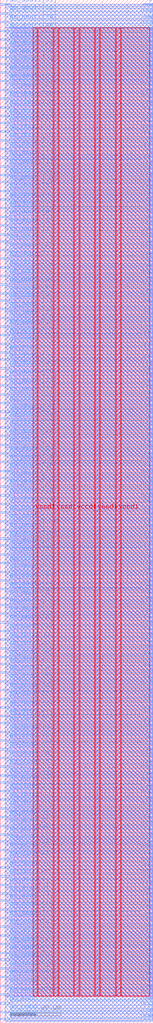
<source format=lef>
VERSION 5.7 ;
  NOWIREEXTENSIONATPIN ON ;
  DIVIDERCHAR "/" ;
  BUSBITCHARS "[]" ;
MACRO wb_openram_wrapper
  CLASS BLOCK ;
  FOREIGN wb_openram_wrapper ;
  ORIGIN 0.000 0.000 ;
  SIZE 60.000 BY 400.000 ;
  PIN ram_addr0[0]
    DIRECTION OUTPUT TRISTATE ;
    USE SIGNAL ;
    PORT
      LAYER met3 ;
        RECT 0.000 24.520 4.000 25.120 ;
    END
  END ram_addr0[0]
  PIN ram_addr0[1]
    DIRECTION OUTPUT TRISTATE ;
    USE SIGNAL ;
    PORT
      LAYER met3 ;
        RECT 0.000 27.240 4.000 27.840 ;
    END
  END ram_addr0[1]
  PIN ram_addr0[2]
    DIRECTION OUTPUT TRISTATE ;
    USE SIGNAL ;
    PORT
      LAYER met3 ;
        RECT 0.000 30.640 4.000 31.240 ;
    END
  END ram_addr0[2]
  PIN ram_addr0[3]
    DIRECTION OUTPUT TRISTATE ;
    USE SIGNAL ;
    PORT
      LAYER met3 ;
        RECT 0.000 34.040 4.000 34.640 ;
    END
  END ram_addr0[3]
  PIN ram_addr0[4]
    DIRECTION OUTPUT TRISTATE ;
    USE SIGNAL ;
    PORT
      LAYER met3 ;
        RECT 0.000 37.440 4.000 38.040 ;
    END
  END ram_addr0[4]
  PIN ram_addr0[5]
    DIRECTION OUTPUT TRISTATE ;
    USE SIGNAL ;
    PORT
      LAYER met3 ;
        RECT 0.000 40.840 4.000 41.440 ;
    END
  END ram_addr0[5]
  PIN ram_addr0[6]
    DIRECTION OUTPUT TRISTATE ;
    USE SIGNAL ;
    PORT
      LAYER met3 ;
        RECT 0.000 44.240 4.000 44.840 ;
    END
  END ram_addr0[6]
  PIN ram_addr0[7]
    DIRECTION OUTPUT TRISTATE ;
    USE SIGNAL ;
    PORT
      LAYER met3 ;
        RECT 0.000 47.640 4.000 48.240 ;
    END
  END ram_addr0[7]
  PIN ram_addr1[0]
    DIRECTION OUTPUT TRISTATE ;
    USE SIGNAL ;
    PORT
      LAYER met3 ;
        RECT 0.000 268.640 4.000 269.240 ;
    END
  END ram_addr1[0]
  PIN ram_addr1[1]
    DIRECTION OUTPUT TRISTATE ;
    USE SIGNAL ;
    PORT
      LAYER met3 ;
        RECT 0.000 272.040 4.000 272.640 ;
    END
  END ram_addr1[1]
  PIN ram_addr1[2]
    DIRECTION OUTPUT TRISTATE ;
    USE SIGNAL ;
    PORT
      LAYER met3 ;
        RECT 0.000 275.440 4.000 276.040 ;
    END
  END ram_addr1[2]
  PIN ram_addr1[3]
    DIRECTION OUTPUT TRISTATE ;
    USE SIGNAL ;
    PORT
      LAYER met3 ;
        RECT 0.000 278.840 4.000 279.440 ;
    END
  END ram_addr1[3]
  PIN ram_addr1[4]
    DIRECTION OUTPUT TRISTATE ;
    USE SIGNAL ;
    PORT
      LAYER met3 ;
        RECT 0.000 282.240 4.000 282.840 ;
    END
  END ram_addr1[4]
  PIN ram_addr1[5]
    DIRECTION OUTPUT TRISTATE ;
    USE SIGNAL ;
    PORT
      LAYER met3 ;
        RECT 0.000 284.960 4.000 285.560 ;
    END
  END ram_addr1[5]
  PIN ram_addr1[6]
    DIRECTION OUTPUT TRISTATE ;
    USE SIGNAL ;
    PORT
      LAYER met3 ;
        RECT 0.000 288.360 4.000 288.960 ;
    END
  END ram_addr1[6]
  PIN ram_addr1[7]
    DIRECTION OUTPUT TRISTATE ;
    USE SIGNAL ;
    PORT
      LAYER met3 ;
        RECT 0.000 291.760 4.000 292.360 ;
    END
  END ram_addr1[7]
  PIN ram_clk0
    DIRECTION OUTPUT TRISTATE ;
    USE SIGNAL ;
    PORT
      LAYER met3 ;
        RECT 0.000 1.400 4.000 2.000 ;
    END
  END ram_clk0
  PIN ram_clk1
    DIRECTION OUTPUT TRISTATE ;
    USE SIGNAL ;
    PORT
      LAYER met3 ;
        RECT 0.000 261.840 4.000 262.440 ;
    END
  END ram_clk1
  PIN ram_csb0
    DIRECTION OUTPUT TRISTATE ;
    USE SIGNAL ;
    PORT
      LAYER met3 ;
        RECT 0.000 4.120 4.000 4.720 ;
    END
  END ram_csb0
  PIN ram_csb1
    DIRECTION OUTPUT TRISTATE ;
    USE SIGNAL ;
    PORT
      LAYER met3 ;
        RECT 0.000 265.240 4.000 265.840 ;
    END
  END ram_csb1
  PIN ram_din0[0]
    DIRECTION OUTPUT TRISTATE ;
    USE SIGNAL ;
    PORT
      LAYER met3 ;
        RECT 0.000 50.360 4.000 50.960 ;
    END
  END ram_din0[0]
  PIN ram_din0[10]
    DIRECTION OUTPUT TRISTATE ;
    USE SIGNAL ;
    PORT
      LAYER met3 ;
        RECT 0.000 83.680 4.000 84.280 ;
    END
  END ram_din0[10]
  PIN ram_din0[11]
    DIRECTION OUTPUT TRISTATE ;
    USE SIGNAL ;
    PORT
      LAYER met3 ;
        RECT 0.000 87.080 4.000 87.680 ;
    END
  END ram_din0[11]
  PIN ram_din0[12]
    DIRECTION OUTPUT TRISTATE ;
    USE SIGNAL ;
    PORT
      LAYER met3 ;
        RECT 0.000 90.480 4.000 91.080 ;
    END
  END ram_din0[12]
  PIN ram_din0[13]
    DIRECTION OUTPUT TRISTATE ;
    USE SIGNAL ;
    PORT
      LAYER met3 ;
        RECT 0.000 93.880 4.000 94.480 ;
    END
  END ram_din0[13]
  PIN ram_din0[14]
    DIRECTION OUTPUT TRISTATE ;
    USE SIGNAL ;
    PORT
      LAYER met3 ;
        RECT 0.000 96.600 4.000 97.200 ;
    END
  END ram_din0[14]
  PIN ram_din0[15]
    DIRECTION OUTPUT TRISTATE ;
    USE SIGNAL ;
    PORT
      LAYER met3 ;
        RECT 0.000 100.000 4.000 100.600 ;
    END
  END ram_din0[15]
  PIN ram_din0[16]
    DIRECTION OUTPUT TRISTATE ;
    USE SIGNAL ;
    PORT
      LAYER met3 ;
        RECT 0.000 103.400 4.000 104.000 ;
    END
  END ram_din0[16]
  PIN ram_din0[17]
    DIRECTION OUTPUT TRISTATE ;
    USE SIGNAL ;
    PORT
      LAYER met3 ;
        RECT 0.000 106.800 4.000 107.400 ;
    END
  END ram_din0[17]
  PIN ram_din0[18]
    DIRECTION OUTPUT TRISTATE ;
    USE SIGNAL ;
    PORT
      LAYER met3 ;
        RECT 0.000 110.200 4.000 110.800 ;
    END
  END ram_din0[18]
  PIN ram_din0[19]
    DIRECTION OUTPUT TRISTATE ;
    USE SIGNAL ;
    PORT
      LAYER met3 ;
        RECT 0.000 113.600 4.000 114.200 ;
    END
  END ram_din0[19]
  PIN ram_din0[1]
    DIRECTION OUTPUT TRISTATE ;
    USE SIGNAL ;
    PORT
      LAYER met3 ;
        RECT 0.000 53.760 4.000 54.360 ;
    END
  END ram_din0[1]
  PIN ram_din0[20]
    DIRECTION OUTPUT TRISTATE ;
    USE SIGNAL ;
    PORT
      LAYER met3 ;
        RECT 0.000 117.000 4.000 117.600 ;
    END
  END ram_din0[20]
  PIN ram_din0[21]
    DIRECTION OUTPUT TRISTATE ;
    USE SIGNAL ;
    PORT
      LAYER met3 ;
        RECT 0.000 119.720 4.000 120.320 ;
    END
  END ram_din0[21]
  PIN ram_din0[22]
    DIRECTION OUTPUT TRISTATE ;
    USE SIGNAL ;
    PORT
      LAYER met3 ;
        RECT 0.000 123.120 4.000 123.720 ;
    END
  END ram_din0[22]
  PIN ram_din0[23]
    DIRECTION OUTPUT TRISTATE ;
    USE SIGNAL ;
    PORT
      LAYER met3 ;
        RECT 0.000 126.520 4.000 127.120 ;
    END
  END ram_din0[23]
  PIN ram_din0[24]
    DIRECTION OUTPUT TRISTATE ;
    USE SIGNAL ;
    PORT
      LAYER met3 ;
        RECT 0.000 129.920 4.000 130.520 ;
    END
  END ram_din0[24]
  PIN ram_din0[25]
    DIRECTION OUTPUT TRISTATE ;
    USE SIGNAL ;
    PORT
      LAYER met3 ;
        RECT 0.000 133.320 4.000 133.920 ;
    END
  END ram_din0[25]
  PIN ram_din0[26]
    DIRECTION OUTPUT TRISTATE ;
    USE SIGNAL ;
    PORT
      LAYER met3 ;
        RECT 0.000 136.720 4.000 137.320 ;
    END
  END ram_din0[26]
  PIN ram_din0[27]
    DIRECTION OUTPUT TRISTATE ;
    USE SIGNAL ;
    PORT
      LAYER met3 ;
        RECT 0.000 140.120 4.000 140.720 ;
    END
  END ram_din0[27]
  PIN ram_din0[28]
    DIRECTION OUTPUT TRISTATE ;
    USE SIGNAL ;
    PORT
      LAYER met3 ;
        RECT 0.000 142.840 4.000 143.440 ;
    END
  END ram_din0[28]
  PIN ram_din0[29]
    DIRECTION OUTPUT TRISTATE ;
    USE SIGNAL ;
    PORT
      LAYER met3 ;
        RECT 0.000 146.240 4.000 146.840 ;
    END
  END ram_din0[29]
  PIN ram_din0[2]
    DIRECTION OUTPUT TRISTATE ;
    USE SIGNAL ;
    PORT
      LAYER met3 ;
        RECT 0.000 57.160 4.000 57.760 ;
    END
  END ram_din0[2]
  PIN ram_din0[30]
    DIRECTION OUTPUT TRISTATE ;
    USE SIGNAL ;
    PORT
      LAYER met3 ;
        RECT 0.000 149.640 4.000 150.240 ;
    END
  END ram_din0[30]
  PIN ram_din0[31]
    DIRECTION OUTPUT TRISTATE ;
    USE SIGNAL ;
    PORT
      LAYER met3 ;
        RECT 0.000 153.040 4.000 153.640 ;
    END
  END ram_din0[31]
  PIN ram_din0[3]
    DIRECTION OUTPUT TRISTATE ;
    USE SIGNAL ;
    PORT
      LAYER met3 ;
        RECT 0.000 60.560 4.000 61.160 ;
    END
  END ram_din0[3]
  PIN ram_din0[4]
    DIRECTION OUTPUT TRISTATE ;
    USE SIGNAL ;
    PORT
      LAYER met3 ;
        RECT 0.000 63.960 4.000 64.560 ;
    END
  END ram_din0[4]
  PIN ram_din0[5]
    DIRECTION OUTPUT TRISTATE ;
    USE SIGNAL ;
    PORT
      LAYER met3 ;
        RECT 0.000 67.360 4.000 67.960 ;
    END
  END ram_din0[5]
  PIN ram_din0[6]
    DIRECTION OUTPUT TRISTATE ;
    USE SIGNAL ;
    PORT
      LAYER met3 ;
        RECT 0.000 70.760 4.000 71.360 ;
    END
  END ram_din0[6]
  PIN ram_din0[7]
    DIRECTION OUTPUT TRISTATE ;
    USE SIGNAL ;
    PORT
      LAYER met3 ;
        RECT 0.000 73.480 4.000 74.080 ;
    END
  END ram_din0[7]
  PIN ram_din0[8]
    DIRECTION OUTPUT TRISTATE ;
    USE SIGNAL ;
    PORT
      LAYER met3 ;
        RECT 0.000 76.880 4.000 77.480 ;
    END
  END ram_din0[8]
  PIN ram_din0[9]
    DIRECTION OUTPUT TRISTATE ;
    USE SIGNAL ;
    PORT
      LAYER met3 ;
        RECT 0.000 80.280 4.000 80.880 ;
    END
  END ram_din0[9]
  PIN ram_dout0[0]
    DIRECTION INPUT ;
    USE SIGNAL ;
    PORT
      LAYER met3 ;
        RECT 0.000 156.440 4.000 157.040 ;
    END
  END ram_dout0[0]
  PIN ram_dout0[10]
    DIRECTION INPUT ;
    USE SIGNAL ;
    PORT
      LAYER met3 ;
        RECT 0.000 189.080 4.000 189.680 ;
    END
  END ram_dout0[10]
  PIN ram_dout0[11]
    DIRECTION INPUT ;
    USE SIGNAL ;
    PORT
      LAYER met3 ;
        RECT 0.000 192.480 4.000 193.080 ;
    END
  END ram_dout0[11]
  PIN ram_dout0[12]
    DIRECTION INPUT ;
    USE SIGNAL ;
    PORT
      LAYER met3 ;
        RECT 0.000 195.880 4.000 196.480 ;
    END
  END ram_dout0[12]
  PIN ram_dout0[13]
    DIRECTION INPUT ;
    USE SIGNAL ;
    PORT
      LAYER met3 ;
        RECT 0.000 199.280 4.000 199.880 ;
    END
  END ram_dout0[13]
  PIN ram_dout0[14]
    DIRECTION INPUT ;
    USE SIGNAL ;
    PORT
      LAYER met3 ;
        RECT 0.000 202.680 4.000 203.280 ;
    END
  END ram_dout0[14]
  PIN ram_dout0[15]
    DIRECTION INPUT ;
    USE SIGNAL ;
    PORT
      LAYER met3 ;
        RECT 0.000 206.080 4.000 206.680 ;
    END
  END ram_dout0[15]
  PIN ram_dout0[16]
    DIRECTION INPUT ;
    USE SIGNAL ;
    PORT
      LAYER met3 ;
        RECT 0.000 209.480 4.000 210.080 ;
    END
  END ram_dout0[16]
  PIN ram_dout0[17]
    DIRECTION INPUT ;
    USE SIGNAL ;
    PORT
      LAYER met3 ;
        RECT 0.000 212.880 4.000 213.480 ;
    END
  END ram_dout0[17]
  PIN ram_dout0[18]
    DIRECTION INPUT ;
    USE SIGNAL ;
    PORT
      LAYER met3 ;
        RECT 0.000 215.600 4.000 216.200 ;
    END
  END ram_dout0[18]
  PIN ram_dout0[19]
    DIRECTION INPUT ;
    USE SIGNAL ;
    PORT
      LAYER met3 ;
        RECT 0.000 219.000 4.000 219.600 ;
    END
  END ram_dout0[19]
  PIN ram_dout0[1]
    DIRECTION INPUT ;
    USE SIGNAL ;
    PORT
      LAYER met3 ;
        RECT 0.000 159.840 4.000 160.440 ;
    END
  END ram_dout0[1]
  PIN ram_dout0[20]
    DIRECTION INPUT ;
    USE SIGNAL ;
    PORT
      LAYER met3 ;
        RECT 0.000 222.400 4.000 223.000 ;
    END
  END ram_dout0[20]
  PIN ram_dout0[21]
    DIRECTION INPUT ;
    USE SIGNAL ;
    PORT
      LAYER met3 ;
        RECT 0.000 225.800 4.000 226.400 ;
    END
  END ram_dout0[21]
  PIN ram_dout0[22]
    DIRECTION INPUT ;
    USE SIGNAL ;
    PORT
      LAYER met3 ;
        RECT 0.000 229.200 4.000 229.800 ;
    END
  END ram_dout0[22]
  PIN ram_dout0[23]
    DIRECTION INPUT ;
    USE SIGNAL ;
    PORT
      LAYER met3 ;
        RECT 0.000 232.600 4.000 233.200 ;
    END
  END ram_dout0[23]
  PIN ram_dout0[24]
    DIRECTION INPUT ;
    USE SIGNAL ;
    PORT
      LAYER met3 ;
        RECT 0.000 236.000 4.000 236.600 ;
    END
  END ram_dout0[24]
  PIN ram_dout0[25]
    DIRECTION INPUT ;
    USE SIGNAL ;
    PORT
      LAYER met3 ;
        RECT 0.000 238.720 4.000 239.320 ;
    END
  END ram_dout0[25]
  PIN ram_dout0[26]
    DIRECTION INPUT ;
    USE SIGNAL ;
    PORT
      LAYER met3 ;
        RECT 0.000 242.120 4.000 242.720 ;
    END
  END ram_dout0[26]
  PIN ram_dout0[27]
    DIRECTION INPUT ;
    USE SIGNAL ;
    PORT
      LAYER met3 ;
        RECT 0.000 245.520 4.000 246.120 ;
    END
  END ram_dout0[27]
  PIN ram_dout0[28]
    DIRECTION INPUT ;
    USE SIGNAL ;
    PORT
      LAYER met3 ;
        RECT 0.000 248.920 4.000 249.520 ;
    END
  END ram_dout0[28]
  PIN ram_dout0[29]
    DIRECTION INPUT ;
    USE SIGNAL ;
    PORT
      LAYER met3 ;
        RECT 0.000 252.320 4.000 252.920 ;
    END
  END ram_dout0[29]
  PIN ram_dout0[2]
    DIRECTION INPUT ;
    USE SIGNAL ;
    PORT
      LAYER met3 ;
        RECT 0.000 163.240 4.000 163.840 ;
    END
  END ram_dout0[2]
  PIN ram_dout0[30]
    DIRECTION INPUT ;
    USE SIGNAL ;
    PORT
      LAYER met3 ;
        RECT 0.000 255.720 4.000 256.320 ;
    END
  END ram_dout0[30]
  PIN ram_dout0[31]
    DIRECTION INPUT ;
    USE SIGNAL ;
    PORT
      LAYER met3 ;
        RECT 0.000 259.120 4.000 259.720 ;
    END
  END ram_dout0[31]
  PIN ram_dout0[3]
    DIRECTION INPUT ;
    USE SIGNAL ;
    PORT
      LAYER met3 ;
        RECT 0.000 165.960 4.000 166.560 ;
    END
  END ram_dout0[3]
  PIN ram_dout0[4]
    DIRECTION INPUT ;
    USE SIGNAL ;
    PORT
      LAYER met3 ;
        RECT 0.000 169.360 4.000 169.960 ;
    END
  END ram_dout0[4]
  PIN ram_dout0[5]
    DIRECTION INPUT ;
    USE SIGNAL ;
    PORT
      LAYER met3 ;
        RECT 0.000 172.760 4.000 173.360 ;
    END
  END ram_dout0[5]
  PIN ram_dout0[6]
    DIRECTION INPUT ;
    USE SIGNAL ;
    PORT
      LAYER met3 ;
        RECT 0.000 176.160 4.000 176.760 ;
    END
  END ram_dout0[6]
  PIN ram_dout0[7]
    DIRECTION INPUT ;
    USE SIGNAL ;
    PORT
      LAYER met3 ;
        RECT 0.000 179.560 4.000 180.160 ;
    END
  END ram_dout0[7]
  PIN ram_dout0[8]
    DIRECTION INPUT ;
    USE SIGNAL ;
    PORT
      LAYER met3 ;
        RECT 0.000 182.960 4.000 183.560 ;
    END
  END ram_dout0[8]
  PIN ram_dout0[9]
    DIRECTION INPUT ;
    USE SIGNAL ;
    PORT
      LAYER met3 ;
        RECT 0.000 186.360 4.000 186.960 ;
    END
  END ram_dout0[9]
  PIN ram_dout1[0]
    DIRECTION INPUT ;
    USE SIGNAL ;
    PORT
      LAYER met3 ;
        RECT 0.000 295.160 4.000 295.760 ;
    END
  END ram_dout1[0]
  PIN ram_dout1[10]
    DIRECTION INPUT ;
    USE SIGNAL ;
    PORT
      LAYER met3 ;
        RECT 0.000 328.480 4.000 329.080 ;
    END
  END ram_dout1[10]
  PIN ram_dout1[11]
    DIRECTION INPUT ;
    USE SIGNAL ;
    PORT
      LAYER met3 ;
        RECT 0.000 331.200 4.000 331.800 ;
    END
  END ram_dout1[11]
  PIN ram_dout1[12]
    DIRECTION INPUT ;
    USE SIGNAL ;
    PORT
      LAYER met3 ;
        RECT 0.000 334.600 4.000 335.200 ;
    END
  END ram_dout1[12]
  PIN ram_dout1[13]
    DIRECTION INPUT ;
    USE SIGNAL ;
    PORT
      LAYER met3 ;
        RECT 0.000 338.000 4.000 338.600 ;
    END
  END ram_dout1[13]
  PIN ram_dout1[14]
    DIRECTION INPUT ;
    USE SIGNAL ;
    PORT
      LAYER met3 ;
        RECT 0.000 341.400 4.000 342.000 ;
    END
  END ram_dout1[14]
  PIN ram_dout1[15]
    DIRECTION INPUT ;
    USE SIGNAL ;
    PORT
      LAYER met3 ;
        RECT 0.000 344.800 4.000 345.400 ;
    END
  END ram_dout1[15]
  PIN ram_dout1[16]
    DIRECTION INPUT ;
    USE SIGNAL ;
    PORT
      LAYER met3 ;
        RECT 0.000 348.200 4.000 348.800 ;
    END
  END ram_dout1[16]
  PIN ram_dout1[17]
    DIRECTION INPUT ;
    USE SIGNAL ;
    PORT
      LAYER met3 ;
        RECT 0.000 351.600 4.000 352.200 ;
    END
  END ram_dout1[17]
  PIN ram_dout1[18]
    DIRECTION INPUT ;
    USE SIGNAL ;
    PORT
      LAYER met3 ;
        RECT 0.000 354.320 4.000 354.920 ;
    END
  END ram_dout1[18]
  PIN ram_dout1[19]
    DIRECTION INPUT ;
    USE SIGNAL ;
    PORT
      LAYER met3 ;
        RECT 0.000 357.720 4.000 358.320 ;
    END
  END ram_dout1[19]
  PIN ram_dout1[1]
    DIRECTION INPUT ;
    USE SIGNAL ;
    PORT
      LAYER met3 ;
        RECT 0.000 298.560 4.000 299.160 ;
    END
  END ram_dout1[1]
  PIN ram_dout1[20]
    DIRECTION INPUT ;
    USE SIGNAL ;
    PORT
      LAYER met3 ;
        RECT 0.000 361.120 4.000 361.720 ;
    END
  END ram_dout1[20]
  PIN ram_dout1[21]
    DIRECTION INPUT ;
    USE SIGNAL ;
    PORT
      LAYER met3 ;
        RECT 0.000 364.520 4.000 365.120 ;
    END
  END ram_dout1[21]
  PIN ram_dout1[22]
    DIRECTION INPUT ;
    USE SIGNAL ;
    PORT
      LAYER met3 ;
        RECT 0.000 367.920 4.000 368.520 ;
    END
  END ram_dout1[22]
  PIN ram_dout1[23]
    DIRECTION INPUT ;
    USE SIGNAL ;
    PORT
      LAYER met3 ;
        RECT 0.000 371.320 4.000 371.920 ;
    END
  END ram_dout1[23]
  PIN ram_dout1[24]
    DIRECTION INPUT ;
    USE SIGNAL ;
    PORT
      LAYER met3 ;
        RECT 0.000 374.720 4.000 375.320 ;
    END
  END ram_dout1[24]
  PIN ram_dout1[25]
    DIRECTION INPUT ;
    USE SIGNAL ;
    PORT
      LAYER met3 ;
        RECT 0.000 377.440 4.000 378.040 ;
    END
  END ram_dout1[25]
  PIN ram_dout1[26]
    DIRECTION INPUT ;
    USE SIGNAL ;
    PORT
      LAYER met3 ;
        RECT 0.000 380.840 4.000 381.440 ;
    END
  END ram_dout1[26]
  PIN ram_dout1[27]
    DIRECTION INPUT ;
    USE SIGNAL ;
    PORT
      LAYER met3 ;
        RECT 0.000 384.240 4.000 384.840 ;
    END
  END ram_dout1[27]
  PIN ram_dout1[28]
    DIRECTION INPUT ;
    USE SIGNAL ;
    PORT
      LAYER met3 ;
        RECT 0.000 387.640 4.000 388.240 ;
    END
  END ram_dout1[28]
  PIN ram_dout1[29]
    DIRECTION INPUT ;
    USE SIGNAL ;
    PORT
      LAYER met3 ;
        RECT 0.000 391.040 4.000 391.640 ;
    END
  END ram_dout1[29]
  PIN ram_dout1[2]
    DIRECTION INPUT ;
    USE SIGNAL ;
    PORT
      LAYER met3 ;
        RECT 0.000 301.960 4.000 302.560 ;
    END
  END ram_dout1[2]
  PIN ram_dout1[30]
    DIRECTION INPUT ;
    USE SIGNAL ;
    PORT
      LAYER met3 ;
        RECT 0.000 394.440 4.000 395.040 ;
    END
  END ram_dout1[30]
  PIN ram_dout1[31]
    DIRECTION INPUT ;
    USE SIGNAL ;
    PORT
      LAYER met3 ;
        RECT 0.000 397.840 4.000 398.440 ;
    END
  END ram_dout1[31]
  PIN ram_dout1[3]
    DIRECTION INPUT ;
    USE SIGNAL ;
    PORT
      LAYER met3 ;
        RECT 0.000 305.360 4.000 305.960 ;
    END
  END ram_dout1[3]
  PIN ram_dout1[4]
    DIRECTION INPUT ;
    USE SIGNAL ;
    PORT
      LAYER met3 ;
        RECT 0.000 308.080 4.000 308.680 ;
    END
  END ram_dout1[4]
  PIN ram_dout1[5]
    DIRECTION INPUT ;
    USE SIGNAL ;
    PORT
      LAYER met3 ;
        RECT 0.000 311.480 4.000 312.080 ;
    END
  END ram_dout1[5]
  PIN ram_dout1[6]
    DIRECTION INPUT ;
    USE SIGNAL ;
    PORT
      LAYER met3 ;
        RECT 0.000 314.880 4.000 315.480 ;
    END
  END ram_dout1[6]
  PIN ram_dout1[7]
    DIRECTION INPUT ;
    USE SIGNAL ;
    PORT
      LAYER met3 ;
        RECT 0.000 318.280 4.000 318.880 ;
    END
  END ram_dout1[7]
  PIN ram_dout1[8]
    DIRECTION INPUT ;
    USE SIGNAL ;
    PORT
      LAYER met3 ;
        RECT 0.000 321.680 4.000 322.280 ;
    END
  END ram_dout1[8]
  PIN ram_dout1[9]
    DIRECTION INPUT ;
    USE SIGNAL ;
    PORT
      LAYER met3 ;
        RECT 0.000 325.080 4.000 325.680 ;
    END
  END ram_dout1[9]
  PIN ram_web0
    DIRECTION OUTPUT TRISTATE ;
    USE SIGNAL ;
    PORT
      LAYER met3 ;
        RECT 0.000 7.520 4.000 8.120 ;
    END
  END ram_web0
  PIN ram_wmask0[0]
    DIRECTION OUTPUT TRISTATE ;
    USE SIGNAL ;
    PORT
      LAYER met3 ;
        RECT 0.000 10.920 4.000 11.520 ;
    END
  END ram_wmask0[0]
  PIN ram_wmask0[1]
    DIRECTION OUTPUT TRISTATE ;
    USE SIGNAL ;
    PORT
      LAYER met3 ;
        RECT 0.000 14.320 4.000 14.920 ;
    END
  END ram_wmask0[1]
  PIN ram_wmask0[2]
    DIRECTION OUTPUT TRISTATE ;
    USE SIGNAL ;
    PORT
      LAYER met3 ;
        RECT 0.000 17.720 4.000 18.320 ;
    END
  END ram_wmask0[2]
  PIN ram_wmask0[3]
    DIRECTION OUTPUT TRISTATE ;
    USE SIGNAL ;
    PORT
      LAYER met3 ;
        RECT 0.000 21.120 4.000 21.720 ;
    END
  END ram_wmask0[3]
  PIN vccd1
    DIRECTION INPUT ;
    USE POWER ;
    PORT
      LAYER met4 ;
        RECT 12.875 10.640 14.475 389.200 ;
    END
    PORT
      LAYER met4 ;
        RECT 29.195 10.640 30.795 389.200 ;
    END
    PORT
      LAYER met4 ;
        RECT 45.515 10.640 47.115 389.200 ;
    END
  END vccd1
  PIN vssd1
    DIRECTION INPUT ;
    USE GROUND ;
    PORT
      LAYER met4 ;
        RECT 21.035 10.640 22.635 389.200 ;
    END
    PORT
      LAYER met4 ;
        RECT 37.355 10.640 38.955 389.200 ;
    END
  END vssd1
  PIN wb_a_clk_i
    DIRECTION INPUT ;
    USE SIGNAL ;
    PORT
      LAYER met3 ;
        RECT 56.000 2.760 60.000 3.360 ;
    END
  END wb_a_clk_i
  PIN wb_a_rst_i
    DIRECTION INPUT ;
    USE SIGNAL ;
    PORT
      LAYER met3 ;
        RECT 56.000 4.800 60.000 5.400 ;
    END
  END wb_a_rst_i
  PIN wb_b_clk_i
    DIRECTION INPUT ;
    USE SIGNAL ;
    PORT
      LAYER met3 ;
        RECT 56.000 201.320 60.000 201.920 ;
    END
  END wb_b_clk_i
  PIN wb_b_rst_i
    DIRECTION INPUT ;
    USE SIGNAL ;
    PORT
      LAYER met3 ;
        RECT 56.000 204.040 60.000 204.640 ;
    END
  END wb_b_rst_i
  PIN wbs_a_ack_o
    DIRECTION OUTPUT TRISTATE ;
    USE SIGNAL ;
    PORT
      LAYER met3 ;
        RECT 56.000 14.320 60.000 14.920 ;
    END
  END wbs_a_ack_o
  PIN wbs_a_adr_i[0]
    DIRECTION INPUT ;
    USE SIGNAL ;
    PORT
      LAYER met3 ;
        RECT 56.000 26.560 60.000 27.160 ;
    END
  END wbs_a_adr_i[0]
  PIN wbs_a_adr_i[1]
    DIRECTION INPUT ;
    USE SIGNAL ;
    PORT
      LAYER met3 ;
        RECT 56.000 28.600 60.000 29.200 ;
    END
  END wbs_a_adr_i[1]
  PIN wbs_a_adr_i[2]
    DIRECTION INPUT ;
    USE SIGNAL ;
    PORT
      LAYER met3 ;
        RECT 56.000 31.320 60.000 31.920 ;
    END
  END wbs_a_adr_i[2]
  PIN wbs_a_adr_i[3]
    DIRECTION INPUT ;
    USE SIGNAL ;
    PORT
      LAYER met3 ;
        RECT 56.000 33.360 60.000 33.960 ;
    END
  END wbs_a_adr_i[3]
  PIN wbs_a_adr_i[4]
    DIRECTION INPUT ;
    USE SIGNAL ;
    PORT
      LAYER met3 ;
        RECT 56.000 36.080 60.000 36.680 ;
    END
  END wbs_a_adr_i[4]
  PIN wbs_a_adr_i[5]
    DIRECTION INPUT ;
    USE SIGNAL ;
    PORT
      LAYER met3 ;
        RECT 56.000 38.120 60.000 38.720 ;
    END
  END wbs_a_adr_i[5]
  PIN wbs_a_adr_i[6]
    DIRECTION INPUT ;
    USE SIGNAL ;
    PORT
      LAYER met3 ;
        RECT 56.000 40.840 60.000 41.440 ;
    END
  END wbs_a_adr_i[6]
  PIN wbs_a_adr_i[7]
    DIRECTION INPUT ;
    USE SIGNAL ;
    PORT
      LAYER met3 ;
        RECT 56.000 42.880 60.000 43.480 ;
    END
  END wbs_a_adr_i[7]
  PIN wbs_a_adr_i[8]
    DIRECTION INPUT ;
    USE SIGNAL ;
    PORT
      LAYER met3 ;
        RECT 56.000 45.600 60.000 46.200 ;
    END
  END wbs_a_adr_i[8]
  PIN wbs_a_adr_i[9]
    DIRECTION INPUT ;
    USE SIGNAL ;
    PORT
      LAYER met3 ;
        RECT 56.000 47.640 60.000 48.240 ;
    END
  END wbs_a_adr_i[9]
  PIN wbs_a_cyc_i
    DIRECTION INPUT ;
    USE SIGNAL ;
    PORT
      LAYER met3 ;
        RECT 56.000 9.560 60.000 10.160 ;
    END
  END wbs_a_cyc_i
  PIN wbs_a_dat_i[0]
    DIRECTION INPUT ;
    USE SIGNAL ;
    PORT
      LAYER met3 ;
        RECT 56.000 50.360 60.000 50.960 ;
    END
  END wbs_a_dat_i[0]
  PIN wbs_a_dat_i[10]
    DIRECTION INPUT ;
    USE SIGNAL ;
    PORT
      LAYER met3 ;
        RECT 56.000 73.480 60.000 74.080 ;
    END
  END wbs_a_dat_i[10]
  PIN wbs_a_dat_i[11]
    DIRECTION INPUT ;
    USE SIGNAL ;
    PORT
      LAYER met3 ;
        RECT 56.000 76.200 60.000 76.800 ;
    END
  END wbs_a_dat_i[11]
  PIN wbs_a_dat_i[12]
    DIRECTION INPUT ;
    USE SIGNAL ;
    PORT
      LAYER met3 ;
        RECT 56.000 78.240 60.000 78.840 ;
    END
  END wbs_a_dat_i[12]
  PIN wbs_a_dat_i[13]
    DIRECTION INPUT ;
    USE SIGNAL ;
    PORT
      LAYER met3 ;
        RECT 56.000 80.960 60.000 81.560 ;
    END
  END wbs_a_dat_i[13]
  PIN wbs_a_dat_i[14]
    DIRECTION INPUT ;
    USE SIGNAL ;
    PORT
      LAYER met3 ;
        RECT 56.000 83.000 60.000 83.600 ;
    END
  END wbs_a_dat_i[14]
  PIN wbs_a_dat_i[15]
    DIRECTION INPUT ;
    USE SIGNAL ;
    PORT
      LAYER met3 ;
        RECT 56.000 85.720 60.000 86.320 ;
    END
  END wbs_a_dat_i[15]
  PIN wbs_a_dat_i[16]
    DIRECTION INPUT ;
    USE SIGNAL ;
    PORT
      LAYER met3 ;
        RECT 56.000 87.760 60.000 88.360 ;
    END
  END wbs_a_dat_i[16]
  PIN wbs_a_dat_i[17]
    DIRECTION INPUT ;
    USE SIGNAL ;
    PORT
      LAYER met3 ;
        RECT 56.000 90.480 60.000 91.080 ;
    END
  END wbs_a_dat_i[17]
  PIN wbs_a_dat_i[18]
    DIRECTION INPUT ;
    USE SIGNAL ;
    PORT
      LAYER met3 ;
        RECT 56.000 92.520 60.000 93.120 ;
    END
  END wbs_a_dat_i[18]
  PIN wbs_a_dat_i[19]
    DIRECTION INPUT ;
    USE SIGNAL ;
    PORT
      LAYER met3 ;
        RECT 56.000 95.240 60.000 95.840 ;
    END
  END wbs_a_dat_i[19]
  PIN wbs_a_dat_i[1]
    DIRECTION INPUT ;
    USE SIGNAL ;
    PORT
      LAYER met3 ;
        RECT 56.000 52.400 60.000 53.000 ;
    END
  END wbs_a_dat_i[1]
  PIN wbs_a_dat_i[20]
    DIRECTION INPUT ;
    USE SIGNAL ;
    PORT
      LAYER met3 ;
        RECT 56.000 97.280 60.000 97.880 ;
    END
  END wbs_a_dat_i[20]
  PIN wbs_a_dat_i[21]
    DIRECTION INPUT ;
    USE SIGNAL ;
    PORT
      LAYER met3 ;
        RECT 56.000 100.000 60.000 100.600 ;
    END
  END wbs_a_dat_i[21]
  PIN wbs_a_dat_i[22]
    DIRECTION INPUT ;
    USE SIGNAL ;
    PORT
      LAYER met3 ;
        RECT 56.000 102.040 60.000 102.640 ;
    END
  END wbs_a_dat_i[22]
  PIN wbs_a_dat_i[23]
    DIRECTION INPUT ;
    USE SIGNAL ;
    PORT
      LAYER met3 ;
        RECT 56.000 104.760 60.000 105.360 ;
    END
  END wbs_a_dat_i[23]
  PIN wbs_a_dat_i[24]
    DIRECTION INPUT ;
    USE SIGNAL ;
    PORT
      LAYER met3 ;
        RECT 56.000 106.800 60.000 107.400 ;
    END
  END wbs_a_dat_i[24]
  PIN wbs_a_dat_i[25]
    DIRECTION INPUT ;
    USE SIGNAL ;
    PORT
      LAYER met3 ;
        RECT 56.000 109.520 60.000 110.120 ;
    END
  END wbs_a_dat_i[25]
  PIN wbs_a_dat_i[26]
    DIRECTION INPUT ;
    USE SIGNAL ;
    PORT
      LAYER met3 ;
        RECT 56.000 111.560 60.000 112.160 ;
    END
  END wbs_a_dat_i[26]
  PIN wbs_a_dat_i[27]
    DIRECTION INPUT ;
    USE SIGNAL ;
    PORT
      LAYER met3 ;
        RECT 56.000 114.280 60.000 114.880 ;
    END
  END wbs_a_dat_i[27]
  PIN wbs_a_dat_i[28]
    DIRECTION INPUT ;
    USE SIGNAL ;
    PORT
      LAYER met3 ;
        RECT 56.000 116.320 60.000 116.920 ;
    END
  END wbs_a_dat_i[28]
  PIN wbs_a_dat_i[29]
    DIRECTION INPUT ;
    USE SIGNAL ;
    PORT
      LAYER met3 ;
        RECT 56.000 118.360 60.000 118.960 ;
    END
  END wbs_a_dat_i[29]
  PIN wbs_a_dat_i[2]
    DIRECTION INPUT ;
    USE SIGNAL ;
    PORT
      LAYER met3 ;
        RECT 56.000 55.120 60.000 55.720 ;
    END
  END wbs_a_dat_i[2]
  PIN wbs_a_dat_i[30]
    DIRECTION INPUT ;
    USE SIGNAL ;
    PORT
      LAYER met3 ;
        RECT 56.000 121.080 60.000 121.680 ;
    END
  END wbs_a_dat_i[30]
  PIN wbs_a_dat_i[31]
    DIRECTION INPUT ;
    USE SIGNAL ;
    PORT
      LAYER met3 ;
        RECT 56.000 123.120 60.000 123.720 ;
    END
  END wbs_a_dat_i[31]
  PIN wbs_a_dat_i[3]
    DIRECTION INPUT ;
    USE SIGNAL ;
    PORT
      LAYER met3 ;
        RECT 56.000 57.160 60.000 57.760 ;
    END
  END wbs_a_dat_i[3]
  PIN wbs_a_dat_i[4]
    DIRECTION INPUT ;
    USE SIGNAL ;
    PORT
      LAYER met3 ;
        RECT 56.000 59.200 60.000 59.800 ;
    END
  END wbs_a_dat_i[4]
  PIN wbs_a_dat_i[5]
    DIRECTION INPUT ;
    USE SIGNAL ;
    PORT
      LAYER met3 ;
        RECT 56.000 61.920 60.000 62.520 ;
    END
  END wbs_a_dat_i[5]
  PIN wbs_a_dat_i[6]
    DIRECTION INPUT ;
    USE SIGNAL ;
    PORT
      LAYER met3 ;
        RECT 56.000 63.960 60.000 64.560 ;
    END
  END wbs_a_dat_i[6]
  PIN wbs_a_dat_i[7]
    DIRECTION INPUT ;
    USE SIGNAL ;
    PORT
      LAYER met3 ;
        RECT 56.000 66.680 60.000 67.280 ;
    END
  END wbs_a_dat_i[7]
  PIN wbs_a_dat_i[8]
    DIRECTION INPUT ;
    USE SIGNAL ;
    PORT
      LAYER met3 ;
        RECT 56.000 68.720 60.000 69.320 ;
    END
  END wbs_a_dat_i[8]
  PIN wbs_a_dat_i[9]
    DIRECTION INPUT ;
    USE SIGNAL ;
    PORT
      LAYER met3 ;
        RECT 56.000 71.440 60.000 72.040 ;
    END
  END wbs_a_dat_i[9]
  PIN wbs_a_dat_o[0]
    DIRECTION OUTPUT TRISTATE ;
    USE SIGNAL ;
    PORT
      LAYER met3 ;
        RECT 56.000 125.840 60.000 126.440 ;
    END
  END wbs_a_dat_o[0]
  PIN wbs_a_dat_o[10]
    DIRECTION OUTPUT TRISTATE ;
    USE SIGNAL ;
    PORT
      LAYER met3 ;
        RECT 56.000 149.640 60.000 150.240 ;
    END
  END wbs_a_dat_o[10]
  PIN wbs_a_dat_o[11]
    DIRECTION OUTPUT TRISTATE ;
    USE SIGNAL ;
    PORT
      LAYER met3 ;
        RECT 56.000 151.680 60.000 152.280 ;
    END
  END wbs_a_dat_o[11]
  PIN wbs_a_dat_o[12]
    DIRECTION OUTPUT TRISTATE ;
    USE SIGNAL ;
    PORT
      LAYER met3 ;
        RECT 56.000 154.400 60.000 155.000 ;
    END
  END wbs_a_dat_o[12]
  PIN wbs_a_dat_o[13]
    DIRECTION OUTPUT TRISTATE ;
    USE SIGNAL ;
    PORT
      LAYER met3 ;
        RECT 56.000 156.440 60.000 157.040 ;
    END
  END wbs_a_dat_o[13]
  PIN wbs_a_dat_o[14]
    DIRECTION OUTPUT TRISTATE ;
    USE SIGNAL ;
    PORT
      LAYER met3 ;
        RECT 56.000 159.160 60.000 159.760 ;
    END
  END wbs_a_dat_o[14]
  PIN wbs_a_dat_o[15]
    DIRECTION OUTPUT TRISTATE ;
    USE SIGNAL ;
    PORT
      LAYER met3 ;
        RECT 56.000 161.200 60.000 161.800 ;
    END
  END wbs_a_dat_o[15]
  PIN wbs_a_dat_o[16]
    DIRECTION OUTPUT TRISTATE ;
    USE SIGNAL ;
    PORT
      LAYER met3 ;
        RECT 56.000 163.920 60.000 164.520 ;
    END
  END wbs_a_dat_o[16]
  PIN wbs_a_dat_o[17]
    DIRECTION OUTPUT TRISTATE ;
    USE SIGNAL ;
    PORT
      LAYER met3 ;
        RECT 56.000 165.960 60.000 166.560 ;
    END
  END wbs_a_dat_o[17]
  PIN wbs_a_dat_o[18]
    DIRECTION OUTPUT TRISTATE ;
    USE SIGNAL ;
    PORT
      LAYER met3 ;
        RECT 56.000 168.680 60.000 169.280 ;
    END
  END wbs_a_dat_o[18]
  PIN wbs_a_dat_o[19]
    DIRECTION OUTPUT TRISTATE ;
    USE SIGNAL ;
    PORT
      LAYER met3 ;
        RECT 56.000 170.720 60.000 171.320 ;
    END
  END wbs_a_dat_o[19]
  PIN wbs_a_dat_o[1]
    DIRECTION OUTPUT TRISTATE ;
    USE SIGNAL ;
    PORT
      LAYER met3 ;
        RECT 56.000 127.880 60.000 128.480 ;
    END
  END wbs_a_dat_o[1]
  PIN wbs_a_dat_o[20]
    DIRECTION OUTPUT TRISTATE ;
    USE SIGNAL ;
    PORT
      LAYER met3 ;
        RECT 56.000 172.760 60.000 173.360 ;
    END
  END wbs_a_dat_o[20]
  PIN wbs_a_dat_o[21]
    DIRECTION OUTPUT TRISTATE ;
    USE SIGNAL ;
    PORT
      LAYER met3 ;
        RECT 56.000 175.480 60.000 176.080 ;
    END
  END wbs_a_dat_o[21]
  PIN wbs_a_dat_o[22]
    DIRECTION OUTPUT TRISTATE ;
    USE SIGNAL ;
    PORT
      LAYER met3 ;
        RECT 56.000 177.520 60.000 178.120 ;
    END
  END wbs_a_dat_o[22]
  PIN wbs_a_dat_o[23]
    DIRECTION OUTPUT TRISTATE ;
    USE SIGNAL ;
    PORT
      LAYER met3 ;
        RECT 56.000 180.240 60.000 180.840 ;
    END
  END wbs_a_dat_o[23]
  PIN wbs_a_dat_o[24]
    DIRECTION OUTPUT TRISTATE ;
    USE SIGNAL ;
    PORT
      LAYER met3 ;
        RECT 56.000 182.280 60.000 182.880 ;
    END
  END wbs_a_dat_o[24]
  PIN wbs_a_dat_o[25]
    DIRECTION OUTPUT TRISTATE ;
    USE SIGNAL ;
    PORT
      LAYER met3 ;
        RECT 56.000 185.000 60.000 185.600 ;
    END
  END wbs_a_dat_o[25]
  PIN wbs_a_dat_o[26]
    DIRECTION OUTPUT TRISTATE ;
    USE SIGNAL ;
    PORT
      LAYER met3 ;
        RECT 56.000 187.040 60.000 187.640 ;
    END
  END wbs_a_dat_o[26]
  PIN wbs_a_dat_o[27]
    DIRECTION OUTPUT TRISTATE ;
    USE SIGNAL ;
    PORT
      LAYER met3 ;
        RECT 56.000 189.760 60.000 190.360 ;
    END
  END wbs_a_dat_o[27]
  PIN wbs_a_dat_o[28]
    DIRECTION OUTPUT TRISTATE ;
    USE SIGNAL ;
    PORT
      LAYER met3 ;
        RECT 56.000 191.800 60.000 192.400 ;
    END
  END wbs_a_dat_o[28]
  PIN wbs_a_dat_o[29]
    DIRECTION OUTPUT TRISTATE ;
    USE SIGNAL ;
    PORT
      LAYER met3 ;
        RECT 56.000 194.520 60.000 195.120 ;
    END
  END wbs_a_dat_o[29]
  PIN wbs_a_dat_o[2]
    DIRECTION OUTPUT TRISTATE ;
    USE SIGNAL ;
    PORT
      LAYER met3 ;
        RECT 56.000 130.600 60.000 131.200 ;
    END
  END wbs_a_dat_o[2]
  PIN wbs_a_dat_o[30]
    DIRECTION OUTPUT TRISTATE ;
    USE SIGNAL ;
    PORT
      LAYER met3 ;
        RECT 56.000 196.560 60.000 197.160 ;
    END
  END wbs_a_dat_o[30]
  PIN wbs_a_dat_o[31]
    DIRECTION OUTPUT TRISTATE ;
    USE SIGNAL ;
    PORT
      LAYER met3 ;
        RECT 56.000 199.280 60.000 199.880 ;
    END
  END wbs_a_dat_o[31]
  PIN wbs_a_dat_o[3]
    DIRECTION OUTPUT TRISTATE ;
    USE SIGNAL ;
    PORT
      LAYER met3 ;
        RECT 56.000 132.640 60.000 133.240 ;
    END
  END wbs_a_dat_o[3]
  PIN wbs_a_dat_o[4]
    DIRECTION OUTPUT TRISTATE ;
    USE SIGNAL ;
    PORT
      LAYER met3 ;
        RECT 56.000 135.360 60.000 135.960 ;
    END
  END wbs_a_dat_o[4]
  PIN wbs_a_dat_o[5]
    DIRECTION OUTPUT TRISTATE ;
    USE SIGNAL ;
    PORT
      LAYER met3 ;
        RECT 56.000 137.400 60.000 138.000 ;
    END
  END wbs_a_dat_o[5]
  PIN wbs_a_dat_o[6]
    DIRECTION OUTPUT TRISTATE ;
    USE SIGNAL ;
    PORT
      LAYER met3 ;
        RECT 56.000 140.120 60.000 140.720 ;
    END
  END wbs_a_dat_o[6]
  PIN wbs_a_dat_o[7]
    DIRECTION OUTPUT TRISTATE ;
    USE SIGNAL ;
    PORT
      LAYER met3 ;
        RECT 56.000 142.160 60.000 142.760 ;
    END
  END wbs_a_dat_o[7]
  PIN wbs_a_dat_o[8]
    DIRECTION OUTPUT TRISTATE ;
    USE SIGNAL ;
    PORT
      LAYER met3 ;
        RECT 56.000 144.880 60.000 145.480 ;
    END
  END wbs_a_dat_o[8]
  PIN wbs_a_dat_o[9]
    DIRECTION OUTPUT TRISTATE ;
    USE SIGNAL ;
    PORT
      LAYER met3 ;
        RECT 56.000 146.920 60.000 147.520 ;
    END
  END wbs_a_dat_o[9]
  PIN wbs_a_sel_i[0]
    DIRECTION INPUT ;
    USE SIGNAL ;
    PORT
      LAYER met3 ;
        RECT 56.000 17.040 60.000 17.640 ;
    END
  END wbs_a_sel_i[0]
  PIN wbs_a_sel_i[1]
    DIRECTION INPUT ;
    USE SIGNAL ;
    PORT
      LAYER met3 ;
        RECT 56.000 19.080 60.000 19.680 ;
    END
  END wbs_a_sel_i[1]
  PIN wbs_a_sel_i[2]
    DIRECTION INPUT ;
    USE SIGNAL ;
    PORT
      LAYER met3 ;
        RECT 56.000 21.800 60.000 22.400 ;
    END
  END wbs_a_sel_i[2]
  PIN wbs_a_sel_i[3]
    DIRECTION INPUT ;
    USE SIGNAL ;
    PORT
      LAYER met3 ;
        RECT 56.000 23.840 60.000 24.440 ;
    END
  END wbs_a_sel_i[3]
  PIN wbs_a_stb_i
    DIRECTION INPUT ;
    USE SIGNAL ;
    PORT
      LAYER met3 ;
        RECT 56.000 7.520 60.000 8.120 ;
    END
  END wbs_a_stb_i
  PIN wbs_a_we_i
    DIRECTION INPUT ;
    USE SIGNAL ;
    PORT
      LAYER met3 ;
        RECT 56.000 12.280 60.000 12.880 ;
    END
  END wbs_a_we_i
  PIN wbs_b_ack_o
    DIRECTION OUTPUT TRISTATE ;
    USE SIGNAL ;
    PORT
      LAYER met3 ;
        RECT 56.000 213.560 60.000 214.160 ;
    END
  END wbs_b_ack_o
  PIN wbs_b_adr_i[0]
    DIRECTION INPUT ;
    USE SIGNAL ;
    PORT
      LAYER met3 ;
        RECT 56.000 225.120 60.000 225.720 ;
    END
  END wbs_b_adr_i[0]
  PIN wbs_b_adr_i[1]
    DIRECTION INPUT ;
    USE SIGNAL ;
    PORT
      LAYER met3 ;
        RECT 56.000 227.840 60.000 228.440 ;
    END
  END wbs_b_adr_i[1]
  PIN wbs_b_adr_i[2]
    DIRECTION INPUT ;
    USE SIGNAL ;
    PORT
      LAYER met3 ;
        RECT 56.000 229.880 60.000 230.480 ;
    END
  END wbs_b_adr_i[2]
  PIN wbs_b_adr_i[3]
    DIRECTION INPUT ;
    USE SIGNAL ;
    PORT
      LAYER met3 ;
        RECT 56.000 231.920 60.000 232.520 ;
    END
  END wbs_b_adr_i[3]
  PIN wbs_b_adr_i[4]
    DIRECTION INPUT ;
    USE SIGNAL ;
    PORT
      LAYER met3 ;
        RECT 56.000 234.640 60.000 235.240 ;
    END
  END wbs_b_adr_i[4]
  PIN wbs_b_adr_i[5]
    DIRECTION INPUT ;
    USE SIGNAL ;
    PORT
      LAYER met3 ;
        RECT 56.000 236.680 60.000 237.280 ;
    END
  END wbs_b_adr_i[5]
  PIN wbs_b_adr_i[6]
    DIRECTION INPUT ;
    USE SIGNAL ;
    PORT
      LAYER met3 ;
        RECT 56.000 239.400 60.000 240.000 ;
    END
  END wbs_b_adr_i[6]
  PIN wbs_b_adr_i[7]
    DIRECTION INPUT ;
    USE SIGNAL ;
    PORT
      LAYER met3 ;
        RECT 56.000 241.440 60.000 242.040 ;
    END
  END wbs_b_adr_i[7]
  PIN wbs_b_adr_i[8]
    DIRECTION INPUT ;
    USE SIGNAL ;
    PORT
      LAYER met3 ;
        RECT 56.000 244.160 60.000 244.760 ;
    END
  END wbs_b_adr_i[8]
  PIN wbs_b_adr_i[9]
    DIRECTION INPUT ;
    USE SIGNAL ;
    PORT
      LAYER met3 ;
        RECT 56.000 246.200 60.000 246.800 ;
    END
  END wbs_b_adr_i[9]
  PIN wbs_b_cyc_i
    DIRECTION INPUT ;
    USE SIGNAL ;
    PORT
      LAYER met3 ;
        RECT 56.000 208.800 60.000 209.400 ;
    END
  END wbs_b_cyc_i
  PIN wbs_b_dat_i[0]
    DIRECTION INPUT ;
    USE SIGNAL ;
    PORT
      LAYER met3 ;
        RECT 56.000 248.920 60.000 249.520 ;
    END
  END wbs_b_dat_i[0]
  PIN wbs_b_dat_i[10]
    DIRECTION INPUT ;
    USE SIGNAL ;
    PORT
      LAYER met3 ;
        RECT 56.000 272.720 60.000 273.320 ;
    END
  END wbs_b_dat_i[10]
  PIN wbs_b_dat_i[11]
    DIRECTION INPUT ;
    USE SIGNAL ;
    PORT
      LAYER met3 ;
        RECT 56.000 274.760 60.000 275.360 ;
    END
  END wbs_b_dat_i[11]
  PIN wbs_b_dat_i[12]
    DIRECTION INPUT ;
    USE SIGNAL ;
    PORT
      LAYER met3 ;
        RECT 56.000 277.480 60.000 278.080 ;
    END
  END wbs_b_dat_i[12]
  PIN wbs_b_dat_i[13]
    DIRECTION INPUT ;
    USE SIGNAL ;
    PORT
      LAYER met3 ;
        RECT 56.000 279.520 60.000 280.120 ;
    END
  END wbs_b_dat_i[13]
  PIN wbs_b_dat_i[14]
    DIRECTION INPUT ;
    USE SIGNAL ;
    PORT
      LAYER met3 ;
        RECT 56.000 282.240 60.000 282.840 ;
    END
  END wbs_b_dat_i[14]
  PIN wbs_b_dat_i[15]
    DIRECTION INPUT ;
    USE SIGNAL ;
    PORT
      LAYER met3 ;
        RECT 56.000 284.280 60.000 284.880 ;
    END
  END wbs_b_dat_i[15]
  PIN wbs_b_dat_i[16]
    DIRECTION INPUT ;
    USE SIGNAL ;
    PORT
      LAYER met3 ;
        RECT 56.000 286.320 60.000 286.920 ;
    END
  END wbs_b_dat_i[16]
  PIN wbs_b_dat_i[17]
    DIRECTION INPUT ;
    USE SIGNAL ;
    PORT
      LAYER met3 ;
        RECT 56.000 289.040 60.000 289.640 ;
    END
  END wbs_b_dat_i[17]
  PIN wbs_b_dat_i[18]
    DIRECTION INPUT ;
    USE SIGNAL ;
    PORT
      LAYER met3 ;
        RECT 56.000 291.080 60.000 291.680 ;
    END
  END wbs_b_dat_i[18]
  PIN wbs_b_dat_i[19]
    DIRECTION INPUT ;
    USE SIGNAL ;
    PORT
      LAYER met3 ;
        RECT 56.000 293.800 60.000 294.400 ;
    END
  END wbs_b_dat_i[19]
  PIN wbs_b_dat_i[1]
    DIRECTION INPUT ;
    USE SIGNAL ;
    PORT
      LAYER met3 ;
        RECT 56.000 250.960 60.000 251.560 ;
    END
  END wbs_b_dat_i[1]
  PIN wbs_b_dat_i[20]
    DIRECTION INPUT ;
    USE SIGNAL ;
    PORT
      LAYER met3 ;
        RECT 56.000 295.840 60.000 296.440 ;
    END
  END wbs_b_dat_i[20]
  PIN wbs_b_dat_i[21]
    DIRECTION INPUT ;
    USE SIGNAL ;
    PORT
      LAYER met3 ;
        RECT 56.000 298.560 60.000 299.160 ;
    END
  END wbs_b_dat_i[21]
  PIN wbs_b_dat_i[22]
    DIRECTION INPUT ;
    USE SIGNAL ;
    PORT
      LAYER met3 ;
        RECT 56.000 300.600 60.000 301.200 ;
    END
  END wbs_b_dat_i[22]
  PIN wbs_b_dat_i[23]
    DIRECTION INPUT ;
    USE SIGNAL ;
    PORT
      LAYER met3 ;
        RECT 56.000 303.320 60.000 303.920 ;
    END
  END wbs_b_dat_i[23]
  PIN wbs_b_dat_i[24]
    DIRECTION INPUT ;
    USE SIGNAL ;
    PORT
      LAYER met3 ;
        RECT 56.000 305.360 60.000 305.960 ;
    END
  END wbs_b_dat_i[24]
  PIN wbs_b_dat_i[25]
    DIRECTION INPUT ;
    USE SIGNAL ;
    PORT
      LAYER met3 ;
        RECT 56.000 308.080 60.000 308.680 ;
    END
  END wbs_b_dat_i[25]
  PIN wbs_b_dat_i[26]
    DIRECTION INPUT ;
    USE SIGNAL ;
    PORT
      LAYER met3 ;
        RECT 56.000 310.120 60.000 310.720 ;
    END
  END wbs_b_dat_i[26]
  PIN wbs_b_dat_i[27]
    DIRECTION INPUT ;
    USE SIGNAL ;
    PORT
      LAYER met3 ;
        RECT 56.000 312.840 60.000 313.440 ;
    END
  END wbs_b_dat_i[27]
  PIN wbs_b_dat_i[28]
    DIRECTION INPUT ;
    USE SIGNAL ;
    PORT
      LAYER met3 ;
        RECT 56.000 314.880 60.000 315.480 ;
    END
  END wbs_b_dat_i[28]
  PIN wbs_b_dat_i[29]
    DIRECTION INPUT ;
    USE SIGNAL ;
    PORT
      LAYER met3 ;
        RECT 56.000 317.600 60.000 318.200 ;
    END
  END wbs_b_dat_i[29]
  PIN wbs_b_dat_i[2]
    DIRECTION INPUT ;
    USE SIGNAL ;
    PORT
      LAYER met3 ;
        RECT 56.000 253.680 60.000 254.280 ;
    END
  END wbs_b_dat_i[2]
  PIN wbs_b_dat_i[30]
    DIRECTION INPUT ;
    USE SIGNAL ;
    PORT
      LAYER met3 ;
        RECT 56.000 319.640 60.000 320.240 ;
    END
  END wbs_b_dat_i[30]
  PIN wbs_b_dat_i[31]
    DIRECTION INPUT ;
    USE SIGNAL ;
    PORT
      LAYER met3 ;
        RECT 56.000 322.360 60.000 322.960 ;
    END
  END wbs_b_dat_i[31]
  PIN wbs_b_dat_i[3]
    DIRECTION INPUT ;
    USE SIGNAL ;
    PORT
      LAYER met3 ;
        RECT 56.000 255.720 60.000 256.320 ;
    END
  END wbs_b_dat_i[3]
  PIN wbs_b_dat_i[4]
    DIRECTION INPUT ;
    USE SIGNAL ;
    PORT
      LAYER met3 ;
        RECT 56.000 258.440 60.000 259.040 ;
    END
  END wbs_b_dat_i[4]
  PIN wbs_b_dat_i[5]
    DIRECTION INPUT ;
    USE SIGNAL ;
    PORT
      LAYER met3 ;
        RECT 56.000 260.480 60.000 261.080 ;
    END
  END wbs_b_dat_i[5]
  PIN wbs_b_dat_i[6]
    DIRECTION INPUT ;
    USE SIGNAL ;
    PORT
      LAYER met3 ;
        RECT 56.000 263.200 60.000 263.800 ;
    END
  END wbs_b_dat_i[6]
  PIN wbs_b_dat_i[7]
    DIRECTION INPUT ;
    USE SIGNAL ;
    PORT
      LAYER met3 ;
        RECT 56.000 265.240 60.000 265.840 ;
    END
  END wbs_b_dat_i[7]
  PIN wbs_b_dat_i[8]
    DIRECTION INPUT ;
    USE SIGNAL ;
    PORT
      LAYER met3 ;
        RECT 56.000 267.960 60.000 268.560 ;
    END
  END wbs_b_dat_i[8]
  PIN wbs_b_dat_i[9]
    DIRECTION INPUT ;
    USE SIGNAL ;
    PORT
      LAYER met3 ;
        RECT 56.000 270.000 60.000 270.600 ;
    END
  END wbs_b_dat_i[9]
  PIN wbs_b_dat_o[0]
    DIRECTION OUTPUT TRISTATE ;
    USE SIGNAL ;
    PORT
      LAYER met3 ;
        RECT 56.000 324.400 60.000 325.000 ;
    END
  END wbs_b_dat_o[0]
  PIN wbs_b_dat_o[10]
    DIRECTION OUTPUT TRISTATE ;
    USE SIGNAL ;
    PORT
      LAYER met3 ;
        RECT 56.000 348.200 60.000 348.800 ;
    END
  END wbs_b_dat_o[10]
  PIN wbs_b_dat_o[11]
    DIRECTION OUTPUT TRISTATE ;
    USE SIGNAL ;
    PORT
      LAYER met3 ;
        RECT 56.000 350.240 60.000 350.840 ;
    END
  END wbs_b_dat_o[11]
  PIN wbs_b_dat_o[12]
    DIRECTION OUTPUT TRISTATE ;
    USE SIGNAL ;
    PORT
      LAYER met3 ;
        RECT 56.000 352.960 60.000 353.560 ;
    END
  END wbs_b_dat_o[12]
  PIN wbs_b_dat_o[13]
    DIRECTION OUTPUT TRISTATE ;
    USE SIGNAL ;
    PORT
      LAYER met3 ;
        RECT 56.000 355.000 60.000 355.600 ;
    END
  END wbs_b_dat_o[13]
  PIN wbs_b_dat_o[14]
    DIRECTION OUTPUT TRISTATE ;
    USE SIGNAL ;
    PORT
      LAYER met3 ;
        RECT 56.000 357.720 60.000 358.320 ;
    END
  END wbs_b_dat_o[14]
  PIN wbs_b_dat_o[15]
    DIRECTION OUTPUT TRISTATE ;
    USE SIGNAL ;
    PORT
      LAYER met3 ;
        RECT 56.000 359.760 60.000 360.360 ;
    END
  END wbs_b_dat_o[15]
  PIN wbs_b_dat_o[16]
    DIRECTION OUTPUT TRISTATE ;
    USE SIGNAL ;
    PORT
      LAYER met3 ;
        RECT 56.000 362.480 60.000 363.080 ;
    END
  END wbs_b_dat_o[16]
  PIN wbs_b_dat_o[17]
    DIRECTION OUTPUT TRISTATE ;
    USE SIGNAL ;
    PORT
      LAYER met3 ;
        RECT 56.000 364.520 60.000 365.120 ;
    END
  END wbs_b_dat_o[17]
  PIN wbs_b_dat_o[18]
    DIRECTION OUTPUT TRISTATE ;
    USE SIGNAL ;
    PORT
      LAYER met3 ;
        RECT 56.000 367.240 60.000 367.840 ;
    END
  END wbs_b_dat_o[18]
  PIN wbs_b_dat_o[19]
    DIRECTION OUTPUT TRISTATE ;
    USE SIGNAL ;
    PORT
      LAYER met3 ;
        RECT 56.000 369.280 60.000 369.880 ;
    END
  END wbs_b_dat_o[19]
  PIN wbs_b_dat_o[1]
    DIRECTION OUTPUT TRISTATE ;
    USE SIGNAL ;
    PORT
      LAYER met3 ;
        RECT 56.000 327.120 60.000 327.720 ;
    END
  END wbs_b_dat_o[1]
  PIN wbs_b_dat_o[20]
    DIRECTION OUTPUT TRISTATE ;
    USE SIGNAL ;
    PORT
      LAYER met3 ;
        RECT 56.000 372.000 60.000 372.600 ;
    END
  END wbs_b_dat_o[20]
  PIN wbs_b_dat_o[21]
    DIRECTION OUTPUT TRISTATE ;
    USE SIGNAL ;
    PORT
      LAYER met3 ;
        RECT 56.000 374.040 60.000 374.640 ;
    END
  END wbs_b_dat_o[21]
  PIN wbs_b_dat_o[22]
    DIRECTION OUTPUT TRISTATE ;
    USE SIGNAL ;
    PORT
      LAYER met3 ;
        RECT 56.000 376.760 60.000 377.360 ;
    END
  END wbs_b_dat_o[22]
  PIN wbs_b_dat_o[23]
    DIRECTION OUTPUT TRISTATE ;
    USE SIGNAL ;
    PORT
      LAYER met3 ;
        RECT 56.000 378.800 60.000 379.400 ;
    END
  END wbs_b_dat_o[23]
  PIN wbs_b_dat_o[24]
    DIRECTION OUTPUT TRISTATE ;
    USE SIGNAL ;
    PORT
      LAYER met3 ;
        RECT 56.000 381.520 60.000 382.120 ;
    END
  END wbs_b_dat_o[24]
  PIN wbs_b_dat_o[25]
    DIRECTION OUTPUT TRISTATE ;
    USE SIGNAL ;
    PORT
      LAYER met3 ;
        RECT 56.000 383.560 60.000 384.160 ;
    END
  END wbs_b_dat_o[25]
  PIN wbs_b_dat_o[26]
    DIRECTION OUTPUT TRISTATE ;
    USE SIGNAL ;
    PORT
      LAYER met3 ;
        RECT 56.000 386.280 60.000 386.880 ;
    END
  END wbs_b_dat_o[26]
  PIN wbs_b_dat_o[27]
    DIRECTION OUTPUT TRISTATE ;
    USE SIGNAL ;
    PORT
      LAYER met3 ;
        RECT 56.000 388.320 60.000 388.920 ;
    END
  END wbs_b_dat_o[27]
  PIN wbs_b_dat_o[28]
    DIRECTION OUTPUT TRISTATE ;
    USE SIGNAL ;
    PORT
      LAYER met3 ;
        RECT 56.000 391.040 60.000 391.640 ;
    END
  END wbs_b_dat_o[28]
  PIN wbs_b_dat_o[29]
    DIRECTION OUTPUT TRISTATE ;
    USE SIGNAL ;
    PORT
      LAYER met3 ;
        RECT 56.000 393.080 60.000 393.680 ;
    END
  END wbs_b_dat_o[29]
  PIN wbs_b_dat_o[2]
    DIRECTION OUTPUT TRISTATE ;
    USE SIGNAL ;
    PORT
      LAYER met3 ;
        RECT 56.000 329.160 60.000 329.760 ;
    END
  END wbs_b_dat_o[2]
  PIN wbs_b_dat_o[30]
    DIRECTION OUTPUT TRISTATE ;
    USE SIGNAL ;
    PORT
      LAYER met3 ;
        RECT 56.000 395.800 60.000 396.400 ;
    END
  END wbs_b_dat_o[30]
  PIN wbs_b_dat_o[31]
    DIRECTION OUTPUT TRISTATE ;
    USE SIGNAL ;
    PORT
      LAYER met3 ;
        RECT 56.000 397.840 60.000 398.440 ;
    END
  END wbs_b_dat_o[31]
  PIN wbs_b_dat_o[3]
    DIRECTION OUTPUT TRISTATE ;
    USE SIGNAL ;
    PORT
      LAYER met3 ;
        RECT 56.000 331.880 60.000 332.480 ;
    END
  END wbs_b_dat_o[3]
  PIN wbs_b_dat_o[4]
    DIRECTION OUTPUT TRISTATE ;
    USE SIGNAL ;
    PORT
      LAYER met3 ;
        RECT 56.000 333.920 60.000 334.520 ;
    END
  END wbs_b_dat_o[4]
  PIN wbs_b_dat_o[5]
    DIRECTION OUTPUT TRISTATE ;
    USE SIGNAL ;
    PORT
      LAYER met3 ;
        RECT 56.000 336.640 60.000 337.240 ;
    END
  END wbs_b_dat_o[5]
  PIN wbs_b_dat_o[6]
    DIRECTION OUTPUT TRISTATE ;
    USE SIGNAL ;
    PORT
      LAYER met3 ;
        RECT 56.000 338.680 60.000 339.280 ;
    END
  END wbs_b_dat_o[6]
  PIN wbs_b_dat_o[7]
    DIRECTION OUTPUT TRISTATE ;
    USE SIGNAL ;
    PORT
      LAYER met3 ;
        RECT 56.000 341.400 60.000 342.000 ;
    END
  END wbs_b_dat_o[7]
  PIN wbs_b_dat_o[8]
    DIRECTION OUTPUT TRISTATE ;
    USE SIGNAL ;
    PORT
      LAYER met3 ;
        RECT 56.000 343.440 60.000 344.040 ;
    END
  END wbs_b_dat_o[8]
  PIN wbs_b_dat_o[9]
    DIRECTION OUTPUT TRISTATE ;
    USE SIGNAL ;
    PORT
      LAYER met3 ;
        RECT 56.000 345.480 60.000 346.080 ;
    END
  END wbs_b_dat_o[9]
  PIN wbs_b_sel_i[0]
    DIRECTION INPUT ;
    USE SIGNAL ;
    PORT
      LAYER met3 ;
        RECT 56.000 215.600 60.000 216.200 ;
    END
  END wbs_b_sel_i[0]
  PIN wbs_b_sel_i[1]
    DIRECTION INPUT ;
    USE SIGNAL ;
    PORT
      LAYER met3 ;
        RECT 56.000 218.320 60.000 218.920 ;
    END
  END wbs_b_sel_i[1]
  PIN wbs_b_sel_i[2]
    DIRECTION INPUT ;
    USE SIGNAL ;
    PORT
      LAYER met3 ;
        RECT 56.000 220.360 60.000 220.960 ;
    END
  END wbs_b_sel_i[2]
  PIN wbs_b_sel_i[3]
    DIRECTION INPUT ;
    USE SIGNAL ;
    PORT
      LAYER met3 ;
        RECT 56.000 223.080 60.000 223.680 ;
    END
  END wbs_b_sel_i[3]
  PIN wbs_b_stb_i
    DIRECTION INPUT ;
    USE SIGNAL ;
    PORT
      LAYER met3 ;
        RECT 56.000 206.080 60.000 206.680 ;
    END
  END wbs_b_stb_i
  PIN wbs_b_we_i
    DIRECTION INPUT ;
    USE SIGNAL ;
    PORT
      LAYER met3 ;
        RECT 56.000 210.840 60.000 211.440 ;
    END
  END wbs_b_we_i
  PIN writable_port_req
    DIRECTION INPUT ;
    USE SIGNAL ;
    PORT
      LAYER met3 ;
        RECT 56.000 0.720 60.000 1.320 ;
    END
  END writable_port_req
  OBS
      LAYER li1 ;
        RECT 5.520 10.795 59.655 389.045 ;
      LAYER met1 ;
        RECT 1.910 10.640 59.925 389.200 ;
      LAYER met2 ;
        RECT 1.940 0.835 59.710 398.325 ;
      LAYER met3 ;
        RECT 4.400 397.440 55.600 398.305 ;
        RECT 3.990 396.800 59.735 397.440 ;
        RECT 3.990 395.440 55.600 396.800 ;
        RECT 4.400 395.400 55.600 395.440 ;
        RECT 4.400 394.080 59.735 395.400 ;
        RECT 4.400 394.040 55.600 394.080 ;
        RECT 3.990 392.680 55.600 394.040 ;
        RECT 3.990 392.040 59.735 392.680 ;
        RECT 4.400 390.640 55.600 392.040 ;
        RECT 3.990 389.320 59.735 390.640 ;
        RECT 3.990 388.640 55.600 389.320 ;
        RECT 4.400 387.920 55.600 388.640 ;
        RECT 4.400 387.280 59.735 387.920 ;
        RECT 4.400 387.240 55.600 387.280 ;
        RECT 3.990 385.880 55.600 387.240 ;
        RECT 3.990 385.240 59.735 385.880 ;
        RECT 4.400 384.560 59.735 385.240 ;
        RECT 4.400 383.840 55.600 384.560 ;
        RECT 3.990 383.160 55.600 383.840 ;
        RECT 3.990 382.520 59.735 383.160 ;
        RECT 3.990 381.840 55.600 382.520 ;
        RECT 4.400 381.120 55.600 381.840 ;
        RECT 4.400 380.440 59.735 381.120 ;
        RECT 3.990 379.800 59.735 380.440 ;
        RECT 3.990 378.440 55.600 379.800 ;
        RECT 4.400 378.400 55.600 378.440 ;
        RECT 4.400 377.760 59.735 378.400 ;
        RECT 4.400 377.040 55.600 377.760 ;
        RECT 3.990 376.360 55.600 377.040 ;
        RECT 3.990 375.720 59.735 376.360 ;
        RECT 4.400 375.040 59.735 375.720 ;
        RECT 4.400 374.320 55.600 375.040 ;
        RECT 3.990 373.640 55.600 374.320 ;
        RECT 3.990 373.000 59.735 373.640 ;
        RECT 3.990 372.320 55.600 373.000 ;
        RECT 4.400 371.600 55.600 372.320 ;
        RECT 4.400 370.920 59.735 371.600 ;
        RECT 3.990 370.280 59.735 370.920 ;
        RECT 3.990 368.920 55.600 370.280 ;
        RECT 4.400 368.880 55.600 368.920 ;
        RECT 4.400 368.240 59.735 368.880 ;
        RECT 4.400 367.520 55.600 368.240 ;
        RECT 3.990 366.840 55.600 367.520 ;
        RECT 3.990 365.520 59.735 366.840 ;
        RECT 4.400 364.120 55.600 365.520 ;
        RECT 3.990 363.480 59.735 364.120 ;
        RECT 3.990 362.120 55.600 363.480 ;
        RECT 4.400 362.080 55.600 362.120 ;
        RECT 4.400 360.760 59.735 362.080 ;
        RECT 4.400 360.720 55.600 360.760 ;
        RECT 3.990 359.360 55.600 360.720 ;
        RECT 3.990 358.720 59.735 359.360 ;
        RECT 4.400 357.320 55.600 358.720 ;
        RECT 3.990 356.000 59.735 357.320 ;
        RECT 3.990 355.320 55.600 356.000 ;
        RECT 4.400 354.600 55.600 355.320 ;
        RECT 4.400 353.960 59.735 354.600 ;
        RECT 4.400 353.920 55.600 353.960 ;
        RECT 3.990 352.600 55.600 353.920 ;
        RECT 4.400 352.560 55.600 352.600 ;
        RECT 4.400 351.240 59.735 352.560 ;
        RECT 4.400 351.200 55.600 351.240 ;
        RECT 3.990 349.840 55.600 351.200 ;
        RECT 3.990 349.200 59.735 349.840 ;
        RECT 4.400 347.800 55.600 349.200 ;
        RECT 3.990 346.480 59.735 347.800 ;
        RECT 3.990 345.800 55.600 346.480 ;
        RECT 4.400 345.080 55.600 345.800 ;
        RECT 4.400 344.440 59.735 345.080 ;
        RECT 4.400 344.400 55.600 344.440 ;
        RECT 3.990 343.040 55.600 344.400 ;
        RECT 3.990 342.400 59.735 343.040 ;
        RECT 4.400 341.000 55.600 342.400 ;
        RECT 3.990 339.680 59.735 341.000 ;
        RECT 3.990 339.000 55.600 339.680 ;
        RECT 4.400 338.280 55.600 339.000 ;
        RECT 4.400 337.640 59.735 338.280 ;
        RECT 4.400 337.600 55.600 337.640 ;
        RECT 3.990 336.240 55.600 337.600 ;
        RECT 3.990 335.600 59.735 336.240 ;
        RECT 4.400 334.920 59.735 335.600 ;
        RECT 4.400 334.200 55.600 334.920 ;
        RECT 3.990 333.520 55.600 334.200 ;
        RECT 3.990 332.880 59.735 333.520 ;
        RECT 3.990 332.200 55.600 332.880 ;
        RECT 4.400 331.480 55.600 332.200 ;
        RECT 4.400 330.800 59.735 331.480 ;
        RECT 3.990 330.160 59.735 330.800 ;
        RECT 3.990 329.480 55.600 330.160 ;
        RECT 4.400 328.760 55.600 329.480 ;
        RECT 4.400 328.120 59.735 328.760 ;
        RECT 4.400 328.080 55.600 328.120 ;
        RECT 3.990 326.720 55.600 328.080 ;
        RECT 3.990 326.080 59.735 326.720 ;
        RECT 4.400 325.400 59.735 326.080 ;
        RECT 4.400 324.680 55.600 325.400 ;
        RECT 3.990 324.000 55.600 324.680 ;
        RECT 3.990 323.360 59.735 324.000 ;
        RECT 3.990 322.680 55.600 323.360 ;
        RECT 4.400 321.960 55.600 322.680 ;
        RECT 4.400 321.280 59.735 321.960 ;
        RECT 3.990 320.640 59.735 321.280 ;
        RECT 3.990 319.280 55.600 320.640 ;
        RECT 4.400 319.240 55.600 319.280 ;
        RECT 4.400 318.600 59.735 319.240 ;
        RECT 4.400 317.880 55.600 318.600 ;
        RECT 3.990 317.200 55.600 317.880 ;
        RECT 3.990 315.880 59.735 317.200 ;
        RECT 4.400 314.480 55.600 315.880 ;
        RECT 3.990 313.840 59.735 314.480 ;
        RECT 3.990 312.480 55.600 313.840 ;
        RECT 4.400 312.440 55.600 312.480 ;
        RECT 4.400 311.120 59.735 312.440 ;
        RECT 4.400 311.080 55.600 311.120 ;
        RECT 3.990 309.720 55.600 311.080 ;
        RECT 3.990 309.080 59.735 309.720 ;
        RECT 4.400 307.680 55.600 309.080 ;
        RECT 3.990 306.360 59.735 307.680 ;
        RECT 4.400 304.960 55.600 306.360 ;
        RECT 3.990 304.320 59.735 304.960 ;
        RECT 3.990 302.960 55.600 304.320 ;
        RECT 4.400 302.920 55.600 302.960 ;
        RECT 4.400 301.600 59.735 302.920 ;
        RECT 4.400 301.560 55.600 301.600 ;
        RECT 3.990 300.200 55.600 301.560 ;
        RECT 3.990 299.560 59.735 300.200 ;
        RECT 4.400 298.160 55.600 299.560 ;
        RECT 3.990 296.840 59.735 298.160 ;
        RECT 3.990 296.160 55.600 296.840 ;
        RECT 4.400 295.440 55.600 296.160 ;
        RECT 4.400 294.800 59.735 295.440 ;
        RECT 4.400 294.760 55.600 294.800 ;
        RECT 3.990 293.400 55.600 294.760 ;
        RECT 3.990 292.760 59.735 293.400 ;
        RECT 4.400 292.080 59.735 292.760 ;
        RECT 4.400 291.360 55.600 292.080 ;
        RECT 3.990 290.680 55.600 291.360 ;
        RECT 3.990 290.040 59.735 290.680 ;
        RECT 3.990 289.360 55.600 290.040 ;
        RECT 4.400 288.640 55.600 289.360 ;
        RECT 4.400 287.960 59.735 288.640 ;
        RECT 3.990 287.320 59.735 287.960 ;
        RECT 3.990 285.960 55.600 287.320 ;
        RECT 4.400 285.920 55.600 285.960 ;
        RECT 4.400 285.280 59.735 285.920 ;
        RECT 4.400 284.560 55.600 285.280 ;
        RECT 3.990 283.880 55.600 284.560 ;
        RECT 3.990 283.240 59.735 283.880 ;
        RECT 4.400 281.840 55.600 283.240 ;
        RECT 3.990 280.520 59.735 281.840 ;
        RECT 3.990 279.840 55.600 280.520 ;
        RECT 4.400 279.120 55.600 279.840 ;
        RECT 4.400 278.480 59.735 279.120 ;
        RECT 4.400 278.440 55.600 278.480 ;
        RECT 3.990 277.080 55.600 278.440 ;
        RECT 3.990 276.440 59.735 277.080 ;
        RECT 4.400 275.760 59.735 276.440 ;
        RECT 4.400 275.040 55.600 275.760 ;
        RECT 3.990 274.360 55.600 275.040 ;
        RECT 3.990 273.720 59.735 274.360 ;
        RECT 3.990 273.040 55.600 273.720 ;
        RECT 4.400 272.320 55.600 273.040 ;
        RECT 4.400 271.640 59.735 272.320 ;
        RECT 3.990 271.000 59.735 271.640 ;
        RECT 3.990 269.640 55.600 271.000 ;
        RECT 4.400 269.600 55.600 269.640 ;
        RECT 4.400 268.960 59.735 269.600 ;
        RECT 4.400 268.240 55.600 268.960 ;
        RECT 3.990 267.560 55.600 268.240 ;
        RECT 3.990 266.240 59.735 267.560 ;
        RECT 4.400 264.840 55.600 266.240 ;
        RECT 3.990 264.200 59.735 264.840 ;
        RECT 3.990 262.840 55.600 264.200 ;
        RECT 4.400 262.800 55.600 262.840 ;
        RECT 4.400 261.480 59.735 262.800 ;
        RECT 4.400 261.440 55.600 261.480 ;
        RECT 3.990 260.120 55.600 261.440 ;
        RECT 4.400 260.080 55.600 260.120 ;
        RECT 4.400 259.440 59.735 260.080 ;
        RECT 4.400 258.720 55.600 259.440 ;
        RECT 3.990 258.040 55.600 258.720 ;
        RECT 3.990 256.720 59.735 258.040 ;
        RECT 4.400 255.320 55.600 256.720 ;
        RECT 3.990 254.680 59.735 255.320 ;
        RECT 3.990 253.320 55.600 254.680 ;
        RECT 4.400 253.280 55.600 253.320 ;
        RECT 4.400 251.960 59.735 253.280 ;
        RECT 4.400 251.920 55.600 251.960 ;
        RECT 3.990 250.560 55.600 251.920 ;
        RECT 3.990 249.920 59.735 250.560 ;
        RECT 4.400 248.520 55.600 249.920 ;
        RECT 3.990 247.200 59.735 248.520 ;
        RECT 3.990 246.520 55.600 247.200 ;
        RECT 4.400 245.800 55.600 246.520 ;
        RECT 4.400 245.160 59.735 245.800 ;
        RECT 4.400 245.120 55.600 245.160 ;
        RECT 3.990 243.760 55.600 245.120 ;
        RECT 3.990 243.120 59.735 243.760 ;
        RECT 4.400 242.440 59.735 243.120 ;
        RECT 4.400 241.720 55.600 242.440 ;
        RECT 3.990 241.040 55.600 241.720 ;
        RECT 3.990 240.400 59.735 241.040 ;
        RECT 3.990 239.720 55.600 240.400 ;
        RECT 4.400 239.000 55.600 239.720 ;
        RECT 4.400 238.320 59.735 239.000 ;
        RECT 3.990 237.680 59.735 238.320 ;
        RECT 3.990 237.000 55.600 237.680 ;
        RECT 4.400 236.280 55.600 237.000 ;
        RECT 4.400 235.640 59.735 236.280 ;
        RECT 4.400 235.600 55.600 235.640 ;
        RECT 3.990 234.240 55.600 235.600 ;
        RECT 3.990 233.600 59.735 234.240 ;
        RECT 4.400 232.920 59.735 233.600 ;
        RECT 4.400 232.200 55.600 232.920 ;
        RECT 3.990 231.520 55.600 232.200 ;
        RECT 3.990 230.880 59.735 231.520 ;
        RECT 3.990 230.200 55.600 230.880 ;
        RECT 4.400 229.480 55.600 230.200 ;
        RECT 4.400 228.840 59.735 229.480 ;
        RECT 4.400 228.800 55.600 228.840 ;
        RECT 3.990 227.440 55.600 228.800 ;
        RECT 3.990 226.800 59.735 227.440 ;
        RECT 4.400 226.120 59.735 226.800 ;
        RECT 4.400 225.400 55.600 226.120 ;
        RECT 3.990 224.720 55.600 225.400 ;
        RECT 3.990 224.080 59.735 224.720 ;
        RECT 3.990 223.400 55.600 224.080 ;
        RECT 4.400 222.680 55.600 223.400 ;
        RECT 4.400 222.000 59.735 222.680 ;
        RECT 3.990 221.360 59.735 222.000 ;
        RECT 3.990 220.000 55.600 221.360 ;
        RECT 4.400 219.960 55.600 220.000 ;
        RECT 4.400 219.320 59.735 219.960 ;
        RECT 4.400 218.600 55.600 219.320 ;
        RECT 3.990 217.920 55.600 218.600 ;
        RECT 3.990 216.600 59.735 217.920 ;
        RECT 4.400 215.200 55.600 216.600 ;
        RECT 3.990 214.560 59.735 215.200 ;
        RECT 3.990 213.880 55.600 214.560 ;
        RECT 4.400 213.160 55.600 213.880 ;
        RECT 4.400 212.480 59.735 213.160 ;
        RECT 3.990 211.840 59.735 212.480 ;
        RECT 3.990 210.480 55.600 211.840 ;
        RECT 4.400 210.440 55.600 210.480 ;
        RECT 4.400 209.800 59.735 210.440 ;
        RECT 4.400 209.080 55.600 209.800 ;
        RECT 3.990 208.400 55.600 209.080 ;
        RECT 3.990 207.080 59.735 208.400 ;
        RECT 4.400 205.680 55.600 207.080 ;
        RECT 3.990 205.040 59.735 205.680 ;
        RECT 3.990 203.680 55.600 205.040 ;
        RECT 4.400 203.640 55.600 203.680 ;
        RECT 4.400 202.320 59.735 203.640 ;
        RECT 4.400 202.280 55.600 202.320 ;
        RECT 3.990 200.920 55.600 202.280 ;
        RECT 3.990 200.280 59.735 200.920 ;
        RECT 4.400 198.880 55.600 200.280 ;
        RECT 3.990 197.560 59.735 198.880 ;
        RECT 3.990 196.880 55.600 197.560 ;
        RECT 4.400 196.160 55.600 196.880 ;
        RECT 4.400 195.520 59.735 196.160 ;
        RECT 4.400 195.480 55.600 195.520 ;
        RECT 3.990 194.120 55.600 195.480 ;
        RECT 3.990 193.480 59.735 194.120 ;
        RECT 4.400 192.800 59.735 193.480 ;
        RECT 4.400 192.080 55.600 192.800 ;
        RECT 3.990 191.400 55.600 192.080 ;
        RECT 3.990 190.760 59.735 191.400 ;
        RECT 3.990 190.080 55.600 190.760 ;
        RECT 4.400 189.360 55.600 190.080 ;
        RECT 4.400 188.680 59.735 189.360 ;
        RECT 3.990 188.040 59.735 188.680 ;
        RECT 3.990 187.360 55.600 188.040 ;
        RECT 4.400 186.640 55.600 187.360 ;
        RECT 4.400 186.000 59.735 186.640 ;
        RECT 4.400 185.960 55.600 186.000 ;
        RECT 3.990 184.600 55.600 185.960 ;
        RECT 3.990 183.960 59.735 184.600 ;
        RECT 4.400 183.280 59.735 183.960 ;
        RECT 4.400 182.560 55.600 183.280 ;
        RECT 3.990 181.880 55.600 182.560 ;
        RECT 3.990 181.240 59.735 181.880 ;
        RECT 3.990 180.560 55.600 181.240 ;
        RECT 4.400 179.840 55.600 180.560 ;
        RECT 4.400 179.160 59.735 179.840 ;
        RECT 3.990 178.520 59.735 179.160 ;
        RECT 3.990 177.160 55.600 178.520 ;
        RECT 4.400 177.120 55.600 177.160 ;
        RECT 4.400 176.480 59.735 177.120 ;
        RECT 4.400 175.760 55.600 176.480 ;
        RECT 3.990 175.080 55.600 175.760 ;
        RECT 3.990 173.760 59.735 175.080 ;
        RECT 4.400 172.360 55.600 173.760 ;
        RECT 3.990 171.720 59.735 172.360 ;
        RECT 3.990 170.360 55.600 171.720 ;
        RECT 4.400 170.320 55.600 170.360 ;
        RECT 4.400 169.680 59.735 170.320 ;
        RECT 4.400 168.960 55.600 169.680 ;
        RECT 3.990 168.280 55.600 168.960 ;
        RECT 3.990 166.960 59.735 168.280 ;
        RECT 4.400 165.560 55.600 166.960 ;
        RECT 3.990 164.920 59.735 165.560 ;
        RECT 3.990 164.240 55.600 164.920 ;
        RECT 4.400 163.520 55.600 164.240 ;
        RECT 4.400 162.840 59.735 163.520 ;
        RECT 3.990 162.200 59.735 162.840 ;
        RECT 3.990 160.840 55.600 162.200 ;
        RECT 4.400 160.800 55.600 160.840 ;
        RECT 4.400 160.160 59.735 160.800 ;
        RECT 4.400 159.440 55.600 160.160 ;
        RECT 3.990 158.760 55.600 159.440 ;
        RECT 3.990 157.440 59.735 158.760 ;
        RECT 4.400 156.040 55.600 157.440 ;
        RECT 3.990 155.400 59.735 156.040 ;
        RECT 3.990 154.040 55.600 155.400 ;
        RECT 4.400 154.000 55.600 154.040 ;
        RECT 4.400 152.680 59.735 154.000 ;
        RECT 4.400 152.640 55.600 152.680 ;
        RECT 3.990 151.280 55.600 152.640 ;
        RECT 3.990 150.640 59.735 151.280 ;
        RECT 4.400 149.240 55.600 150.640 ;
        RECT 3.990 147.920 59.735 149.240 ;
        RECT 3.990 147.240 55.600 147.920 ;
        RECT 4.400 146.520 55.600 147.240 ;
        RECT 4.400 145.880 59.735 146.520 ;
        RECT 4.400 145.840 55.600 145.880 ;
        RECT 3.990 144.480 55.600 145.840 ;
        RECT 3.990 143.840 59.735 144.480 ;
        RECT 4.400 143.160 59.735 143.840 ;
        RECT 4.400 142.440 55.600 143.160 ;
        RECT 3.990 141.760 55.600 142.440 ;
        RECT 3.990 141.120 59.735 141.760 ;
        RECT 4.400 139.720 55.600 141.120 ;
        RECT 3.990 138.400 59.735 139.720 ;
        RECT 3.990 137.720 55.600 138.400 ;
        RECT 4.400 137.000 55.600 137.720 ;
        RECT 4.400 136.360 59.735 137.000 ;
        RECT 4.400 136.320 55.600 136.360 ;
        RECT 3.990 134.960 55.600 136.320 ;
        RECT 3.990 134.320 59.735 134.960 ;
        RECT 4.400 133.640 59.735 134.320 ;
        RECT 4.400 132.920 55.600 133.640 ;
        RECT 3.990 132.240 55.600 132.920 ;
        RECT 3.990 131.600 59.735 132.240 ;
        RECT 3.990 130.920 55.600 131.600 ;
        RECT 4.400 130.200 55.600 130.920 ;
        RECT 4.400 129.520 59.735 130.200 ;
        RECT 3.990 128.880 59.735 129.520 ;
        RECT 3.990 127.520 55.600 128.880 ;
        RECT 4.400 127.480 55.600 127.520 ;
        RECT 4.400 126.840 59.735 127.480 ;
        RECT 4.400 126.120 55.600 126.840 ;
        RECT 3.990 125.440 55.600 126.120 ;
        RECT 3.990 124.120 59.735 125.440 ;
        RECT 4.400 122.720 55.600 124.120 ;
        RECT 3.990 122.080 59.735 122.720 ;
        RECT 3.990 120.720 55.600 122.080 ;
        RECT 4.400 120.680 55.600 120.720 ;
        RECT 4.400 119.360 59.735 120.680 ;
        RECT 4.400 119.320 55.600 119.360 ;
        RECT 3.990 118.000 55.600 119.320 ;
        RECT 4.400 117.960 55.600 118.000 ;
        RECT 4.400 117.320 59.735 117.960 ;
        RECT 4.400 116.600 55.600 117.320 ;
        RECT 3.990 115.920 55.600 116.600 ;
        RECT 3.990 115.280 59.735 115.920 ;
        RECT 3.990 114.600 55.600 115.280 ;
        RECT 4.400 113.880 55.600 114.600 ;
        RECT 4.400 113.200 59.735 113.880 ;
        RECT 3.990 112.560 59.735 113.200 ;
        RECT 3.990 111.200 55.600 112.560 ;
        RECT 4.400 111.160 55.600 111.200 ;
        RECT 4.400 110.520 59.735 111.160 ;
        RECT 4.400 109.800 55.600 110.520 ;
        RECT 3.990 109.120 55.600 109.800 ;
        RECT 3.990 107.800 59.735 109.120 ;
        RECT 4.400 106.400 55.600 107.800 ;
        RECT 3.990 105.760 59.735 106.400 ;
        RECT 3.990 104.400 55.600 105.760 ;
        RECT 4.400 104.360 55.600 104.400 ;
        RECT 4.400 103.040 59.735 104.360 ;
        RECT 4.400 103.000 55.600 103.040 ;
        RECT 3.990 101.640 55.600 103.000 ;
        RECT 3.990 101.000 59.735 101.640 ;
        RECT 4.400 99.600 55.600 101.000 ;
        RECT 3.990 98.280 59.735 99.600 ;
        RECT 3.990 97.600 55.600 98.280 ;
        RECT 4.400 96.880 55.600 97.600 ;
        RECT 4.400 96.240 59.735 96.880 ;
        RECT 4.400 96.200 55.600 96.240 ;
        RECT 3.990 94.880 55.600 96.200 ;
        RECT 4.400 94.840 55.600 94.880 ;
        RECT 4.400 93.520 59.735 94.840 ;
        RECT 4.400 93.480 55.600 93.520 ;
        RECT 3.990 92.120 55.600 93.480 ;
        RECT 3.990 91.480 59.735 92.120 ;
        RECT 4.400 90.080 55.600 91.480 ;
        RECT 3.990 88.760 59.735 90.080 ;
        RECT 3.990 88.080 55.600 88.760 ;
        RECT 4.400 87.360 55.600 88.080 ;
        RECT 4.400 86.720 59.735 87.360 ;
        RECT 4.400 86.680 55.600 86.720 ;
        RECT 3.990 85.320 55.600 86.680 ;
        RECT 3.990 84.680 59.735 85.320 ;
        RECT 4.400 84.000 59.735 84.680 ;
        RECT 4.400 83.280 55.600 84.000 ;
        RECT 3.990 82.600 55.600 83.280 ;
        RECT 3.990 81.960 59.735 82.600 ;
        RECT 3.990 81.280 55.600 81.960 ;
        RECT 4.400 80.560 55.600 81.280 ;
        RECT 4.400 79.880 59.735 80.560 ;
        RECT 3.990 79.240 59.735 79.880 ;
        RECT 3.990 77.880 55.600 79.240 ;
        RECT 4.400 77.840 55.600 77.880 ;
        RECT 4.400 77.200 59.735 77.840 ;
        RECT 4.400 76.480 55.600 77.200 ;
        RECT 3.990 75.800 55.600 76.480 ;
        RECT 3.990 74.480 59.735 75.800 ;
        RECT 4.400 73.080 55.600 74.480 ;
        RECT 3.990 72.440 59.735 73.080 ;
        RECT 3.990 71.760 55.600 72.440 ;
        RECT 4.400 71.040 55.600 71.760 ;
        RECT 4.400 70.360 59.735 71.040 ;
        RECT 3.990 69.720 59.735 70.360 ;
        RECT 3.990 68.360 55.600 69.720 ;
        RECT 4.400 68.320 55.600 68.360 ;
        RECT 4.400 67.680 59.735 68.320 ;
        RECT 4.400 66.960 55.600 67.680 ;
        RECT 3.990 66.280 55.600 66.960 ;
        RECT 3.990 64.960 59.735 66.280 ;
        RECT 4.400 63.560 55.600 64.960 ;
        RECT 3.990 62.920 59.735 63.560 ;
        RECT 3.990 61.560 55.600 62.920 ;
        RECT 4.400 61.520 55.600 61.560 ;
        RECT 4.400 60.200 59.735 61.520 ;
        RECT 4.400 60.160 55.600 60.200 ;
        RECT 3.990 58.800 55.600 60.160 ;
        RECT 3.990 58.160 59.735 58.800 ;
        RECT 4.400 56.760 55.600 58.160 ;
        RECT 3.990 56.120 59.735 56.760 ;
        RECT 3.990 54.760 55.600 56.120 ;
        RECT 4.400 54.720 55.600 54.760 ;
        RECT 4.400 53.400 59.735 54.720 ;
        RECT 4.400 53.360 55.600 53.400 ;
        RECT 3.990 52.000 55.600 53.360 ;
        RECT 3.990 51.360 59.735 52.000 ;
        RECT 4.400 49.960 55.600 51.360 ;
        RECT 3.990 48.640 59.735 49.960 ;
        RECT 4.400 47.240 55.600 48.640 ;
        RECT 3.990 46.600 59.735 47.240 ;
        RECT 3.990 45.240 55.600 46.600 ;
        RECT 4.400 45.200 55.600 45.240 ;
        RECT 4.400 43.880 59.735 45.200 ;
        RECT 4.400 43.840 55.600 43.880 ;
        RECT 3.990 42.480 55.600 43.840 ;
        RECT 3.990 41.840 59.735 42.480 ;
        RECT 4.400 40.440 55.600 41.840 ;
        RECT 3.990 39.120 59.735 40.440 ;
        RECT 3.990 38.440 55.600 39.120 ;
        RECT 4.400 37.720 55.600 38.440 ;
        RECT 4.400 37.080 59.735 37.720 ;
        RECT 4.400 37.040 55.600 37.080 ;
        RECT 3.990 35.680 55.600 37.040 ;
        RECT 3.990 35.040 59.735 35.680 ;
        RECT 4.400 34.360 59.735 35.040 ;
        RECT 4.400 33.640 55.600 34.360 ;
        RECT 3.990 32.960 55.600 33.640 ;
        RECT 3.990 32.320 59.735 32.960 ;
        RECT 3.990 31.640 55.600 32.320 ;
        RECT 4.400 30.920 55.600 31.640 ;
        RECT 4.400 30.240 59.735 30.920 ;
        RECT 3.990 29.600 59.735 30.240 ;
        RECT 3.990 28.240 55.600 29.600 ;
        RECT 4.400 28.200 55.600 28.240 ;
        RECT 4.400 27.560 59.735 28.200 ;
        RECT 4.400 26.840 55.600 27.560 ;
        RECT 3.990 26.160 55.600 26.840 ;
        RECT 3.990 25.520 59.735 26.160 ;
        RECT 4.400 24.840 59.735 25.520 ;
        RECT 4.400 24.120 55.600 24.840 ;
        RECT 3.990 23.440 55.600 24.120 ;
        RECT 3.990 22.800 59.735 23.440 ;
        RECT 3.990 22.120 55.600 22.800 ;
        RECT 4.400 21.400 55.600 22.120 ;
        RECT 4.400 20.720 59.735 21.400 ;
        RECT 3.990 20.080 59.735 20.720 ;
        RECT 3.990 18.720 55.600 20.080 ;
        RECT 4.400 18.680 55.600 18.720 ;
        RECT 4.400 18.040 59.735 18.680 ;
        RECT 4.400 17.320 55.600 18.040 ;
        RECT 3.990 16.640 55.600 17.320 ;
        RECT 3.990 15.320 59.735 16.640 ;
        RECT 4.400 13.920 55.600 15.320 ;
        RECT 3.990 13.280 59.735 13.920 ;
        RECT 3.990 11.920 55.600 13.280 ;
        RECT 4.400 11.880 55.600 11.920 ;
        RECT 4.400 10.560 59.735 11.880 ;
        RECT 4.400 10.520 55.600 10.560 ;
        RECT 3.990 9.160 55.600 10.520 ;
        RECT 3.990 8.520 59.735 9.160 ;
        RECT 4.400 7.120 55.600 8.520 ;
        RECT 3.990 5.800 59.735 7.120 ;
        RECT 3.990 5.120 55.600 5.800 ;
        RECT 4.400 4.400 55.600 5.120 ;
        RECT 4.400 3.760 59.735 4.400 ;
        RECT 4.400 3.720 55.600 3.760 ;
        RECT 3.990 2.400 55.600 3.720 ;
        RECT 4.400 2.360 55.600 2.400 ;
        RECT 4.400 1.720 59.735 2.360 ;
        RECT 4.400 1.000 55.600 1.720 ;
        RECT 3.990 0.855 55.600 1.000 ;
      LAYER met4 ;
        RECT 14.875 10.640 20.635 389.200 ;
        RECT 23.035 10.640 28.795 389.200 ;
        RECT 31.195 10.640 36.955 389.200 ;
        RECT 39.355 10.640 45.115 389.200 ;
        RECT 47.515 10.640 58.585 389.200 ;
  END
END wb_openram_wrapper
END LIBRARY


</source>
